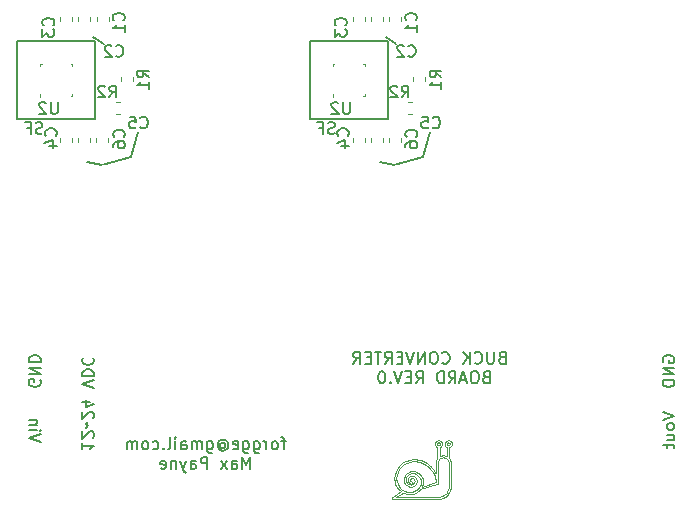
<source format=gbr>
%TF.GenerationSoftware,KiCad,Pcbnew,(5.1.0-1220-ga833aeeac)*%
%TF.CreationDate,2019-07-10T01:08:44+03:00*%
%TF.ProjectId,proto_II_panel,70726f74-6f5f-4494-995f-70616e656c2e,rev?*%
%TF.SameCoordinates,Original*%
%TF.FileFunction,Legend,Bot*%
%TF.FilePolarity,Positive*%
%FSLAX46Y46*%
G04 Gerber Fmt 4.6, Leading zero omitted, Abs format (unit mm)*
G04 Created by KiCad (PCBNEW (5.1.0-1220-ga833aeeac)) date 2019-07-10 01:08:44*
%MOMM*%
%LPD*%
G04 APERTURE LIST*
%ADD10C,0.150000*%
%ADD11C,0.100000*%
%ADD12C,0.120000*%
%ADD13C,0.160000*%
%ADD14C,0.950000*%
%ADD15C,0.500000*%
%ADD16C,1.000000*%
%ADD17R,0.350000X0.500000*%
%ADD18C,0.650000*%
%ADD19C,1.524000*%
%ADD20C,1.600000*%
G04 APERTURE END LIST*
D10*
X86675000Y-69850000D02*
X87275000Y-67750000D01*
X84200000Y-70525000D02*
X86675000Y-69850000D01*
X83500000Y-59750000D02*
X84400000Y-60300000D01*
X83000000Y-70275000D02*
X84200000Y-70525000D01*
X58250000Y-70275000D02*
X59450000Y-70525000D01*
X58750000Y-59750000D02*
X59650000Y-60300000D01*
X59450000Y-70525000D02*
X61925000Y-69850000D01*
X61925000Y-69850000D02*
X62525000Y-67750000D01*
D11*
X86655390Y-97309620D02*
X86637430Y-97176500D01*
X85616800Y-97791510D02*
X85646820Y-97791510D01*
X88006140Y-95519810D02*
X88062670Y-95451350D01*
X87963430Y-95598370D02*
X88006140Y-95519810D01*
X88805350Y-94298070D02*
X88792920Y-94298070D01*
X89028650Y-97786840D02*
X89029250Y-97766390D01*
X85050675Y-97159780D02*
X85050675Y-97195370D01*
X87049800Y-96051170D02*
X87181260Y-96166030D01*
X87972010Y-94298070D02*
X87934850Y-94288040D01*
X85225420Y-97616700D02*
X85313700Y-97689510D01*
X88792920Y-94043080D02*
X88805350Y-94043080D01*
X86141440Y-97276040D02*
X86132970Y-97213650D01*
X87895890Y-95372080D02*
X87878860Y-95392750D01*
X85062770Y-97315330D02*
X85097549Y-97427190D01*
X85564620Y-96690710D02*
X85666350Y-96659890D01*
X85470920Y-96740780D02*
X85564620Y-96690710D01*
X87759980Y-95665320D02*
X87750000Y-95750000D01*
X87984430Y-94298070D02*
X87972010Y-94298070D01*
X88854870Y-94053070D02*
X88895460Y-94080460D01*
X88950730Y-95471850D02*
X88909720Y-95405820D01*
X84247614Y-97106120D02*
X84247614Y-97147190D01*
X84424697Y-97106120D02*
X84424697Y-97034290D01*
X87703780Y-94052080D02*
X87679850Y-94140960D01*
X88893890Y-94461970D02*
X88916550Y-94455030D01*
X84452693Y-96818960D02*
X84535104Y-96546870D01*
X87808480Y-98852654D02*
X87877170Y-98852654D01*
X84247614Y-97025610D02*
X84247614Y-97106120D01*
X88775720Y-93866000D02*
X88686900Y-93889930D01*
X85738120Y-96472330D02*
X85631510Y-96486170D01*
X84977161Y-95742740D02*
X84784182Y-95891280D01*
X87584410Y-96732320D02*
X87650120Y-96896281D01*
X88326720Y-98770623D02*
X88537650Y-98668517D01*
X88588220Y-98402893D02*
X88554640Y-98436584D01*
X84424697Y-97106120D02*
X84424697Y-97106120D01*
X89029250Y-97766390D02*
X89029190Y-97762110D01*
X85996370Y-97646440D02*
X86056800Y-97573190D01*
X88952970Y-98149258D02*
X88990350Y-98031365D01*
X87866920Y-94120990D02*
X87894320Y-94080460D01*
X86566250Y-97783590D02*
X86580570Y-97750660D01*
X85746860Y-96649420D02*
X85773710Y-96649420D01*
X85666350Y-96659890D02*
X85746860Y-96649420D01*
X84424697Y-97034290D02*
X84452693Y-96818960D01*
X88993280Y-95567070D02*
X88950730Y-95471850D01*
X87984430Y-93866000D02*
X87954800Y-93866000D01*
X86655390Y-97409620D02*
X86655390Y-97354010D01*
X85097549Y-97427190D02*
X85152620Y-97528440D01*
X85748800Y-96883471D02*
X85728030Y-96883471D01*
X88932830Y-94182940D02*
X88922800Y-94220110D01*
X86141440Y-97321740D02*
X86141440Y-97296870D01*
X85465170Y-97001960D02*
X85405930Y-97098470D01*
X85481660Y-96985530D02*
X85465170Y-97001960D01*
X88223149Y-95160710D02*
X88096300Y-95209490D01*
X86284290Y-95507390D02*
X86086690Y-95478300D01*
X87834640Y-95460460D02*
X87788730Y-95558820D01*
X87894320Y-94260690D02*
X87866920Y-94220110D01*
X86062500Y-98317715D02*
X86266650Y-98183166D01*
X85829710Y-98403706D02*
X86062500Y-98317715D01*
X88677900Y-94170580D02*
X88677900Y-94158150D01*
X88482690Y-95325150D02*
X88569440Y-95352110D01*
X88412870Y-95315760D02*
X88482690Y-95325150D01*
X87934850Y-94288040D02*
X87894320Y-94260690D01*
X84057401Y-98735901D02*
X84052790Y-98763027D01*
X86427850Y-95725370D02*
X86595970Y-95785050D01*
X88111930Y-94158150D02*
X88111930Y-94170580D01*
X84480308Y-97856290D02*
X84575468Y-97978848D01*
X87954800Y-93866000D02*
X87865940Y-93889930D01*
X88432680Y-95138680D02*
X88389600Y-95138680D01*
X87877170Y-98852654D02*
X88083389Y-98832092D01*
X85498110Y-96969030D02*
X85481660Y-96985530D01*
X84762100Y-97919440D02*
X84621475Y-97749080D01*
X84932455Y-98060065D02*
X84762100Y-97919440D01*
X85372780Y-96593370D02*
X85287600Y-96658970D01*
X85684620Y-97351290D02*
X85676050Y-97351290D01*
X85710500Y-97358240D02*
X85684620Y-97351290D01*
X88980300Y-94419650D02*
X89048720Y-94353470D01*
X88389600Y-95138680D02*
X88347980Y-95138680D01*
X88630370Y-94419650D02*
X88694070Y-94455030D01*
X88072970Y-95222870D02*
X88072970Y-94461970D01*
X88834910Y-93866000D02*
X88805350Y-93866000D01*
X86632280Y-97576610D02*
X86655390Y-97409620D01*
X88677900Y-94158150D02*
X88687890Y-94120990D01*
X85728030Y-96883471D02*
X85694660Y-96883471D01*
X87894320Y-94080460D02*
X87934850Y-94053070D01*
X88272790Y-94268610D02*
X88289010Y-94195040D01*
X84669218Y-96296240D02*
X84801705Y-96124140D01*
X87865940Y-93889930D02*
X87769150Y-93955300D01*
X85614970Y-97102650D02*
X85662390Y-97073510D01*
X85606890Y-97110740D02*
X85614970Y-97102650D01*
X86131350Y-97396430D02*
X86141440Y-97321740D01*
X88047300Y-98658317D02*
X87868170Y-98675516D01*
X88257330Y-98607048D02*
X88047300Y-98658317D01*
X86396820Y-96730860D02*
X86266280Y-96623110D01*
X85368650Y-96828240D02*
X85387640Y-96809301D01*
X85319120Y-96892580D02*
X85368650Y-96828240D01*
X87984430Y-94043080D02*
X87996800Y-94043080D01*
X84804743Y-98186855D02*
X84090224Y-98691793D01*
X87181260Y-96166030D02*
X87301330Y-96292370D01*
X84052790Y-98763027D02*
X84054851Y-98784295D01*
X85406580Y-96790320D02*
X85470920Y-96740780D01*
X85387640Y-96809301D02*
X85406580Y-96790320D01*
X86116540Y-96541720D02*
X85951180Y-96490240D01*
X85746370Y-97781420D02*
X85839140Y-97752560D01*
X84956490Y-98296447D02*
X84957521Y-98295688D01*
X84420032Y-98675516D02*
X84956490Y-98296447D01*
X87972010Y-94043080D02*
X87984430Y-94043080D01*
X85711600Y-97060550D02*
X85728030Y-97060550D01*
X85662390Y-97073510D02*
X85711600Y-97060550D01*
X84535104Y-96546870D02*
X84669218Y-96296240D01*
X86655390Y-97354010D02*
X86655390Y-97309620D01*
X88347980Y-95138680D02*
X88223149Y-95160710D01*
X88675620Y-98566304D02*
X88715440Y-98526102D01*
X88792920Y-94298070D02*
X88755750Y-94288040D01*
X87856930Y-94182940D02*
X87856930Y-94170580D01*
X84521811Y-96198080D02*
X84371421Y-96479120D01*
X84371421Y-96479120D02*
X84279028Y-96784140D01*
X88817710Y-94298070D02*
X88805350Y-94298070D01*
X85556690Y-97243500D02*
X85556690Y-97231890D01*
X85566080Y-97278330D02*
X85556690Y-97243500D01*
X84059029Y-98797478D02*
X84069608Y-98816033D01*
X84903214Y-96022620D02*
X85075360Y-95890140D01*
X88159400Y-94419650D02*
X88227819Y-94353470D01*
X89024470Y-97844030D02*
X89028650Y-97786840D01*
X85773710Y-96472330D02*
X85738120Y-96472330D01*
X88074540Y-94260690D02*
X88033970Y-94288040D01*
X88095650Y-94455030D02*
X88159400Y-94419650D01*
X88686900Y-93889930D02*
X88590070Y-93955300D01*
X85379610Y-97260690D02*
X85402940Y-97347180D01*
X85379610Y-97231890D02*
X85379610Y-97260690D01*
X85964360Y-97273870D02*
X85964360Y-97296870D01*
X85945750Y-97204970D02*
X85964360Y-97273870D01*
X88932830Y-94170580D02*
X88932830Y-94182940D01*
X85050675Y-97225320D02*
X85062770Y-97315330D01*
X87696030Y-94268610D02*
X87741000Y-94353420D01*
X85269040Y-96986280D02*
X85319120Y-96892580D01*
X85238230Y-97088000D02*
X85269040Y-96986280D01*
X87750000Y-95778280D02*
X87750000Y-96669110D01*
X86108889Y-97136070D02*
X86070690Y-97065870D01*
X87927080Y-97500440D02*
X87927080Y-97493440D01*
X87922470Y-97521550D02*
X87927080Y-97500440D01*
X85818040Y-96472330D02*
X85773710Y-96472330D01*
X85326010Y-95756030D02*
X85598100Y-95673610D01*
X85466530Y-97441420D02*
X85560760Y-97505000D01*
X85402940Y-97347180D02*
X85466530Y-97441420D01*
X87866920Y-94220110D02*
X87856930Y-94182940D01*
X88687890Y-94220110D02*
X88677900Y-94182940D01*
X88842720Y-95685120D02*
X88852160Y-95754940D01*
X88815710Y-95598370D02*
X88842720Y-95685120D01*
X85496860Y-96526970D02*
X85372780Y-96593370D01*
X85935550Y-95468540D02*
X85885210Y-95468540D01*
X86504550Y-96861390D02*
X86396820Y-96730860D01*
X88072970Y-94461970D02*
X88095650Y-94455030D01*
X88561960Y-94353420D02*
X88630370Y-94419650D01*
X85638940Y-98433980D02*
X85829710Y-98403706D01*
X85575410Y-98433980D02*
X85638940Y-98433980D01*
X88537650Y-98668517D02*
X88675620Y-98566304D01*
X86132970Y-97213650D02*
X86108889Y-97136070D01*
X88500820Y-94170580D02*
X88500820Y-94195040D01*
X87747230Y-97382110D02*
X87748860Y-97427960D01*
X88847820Y-97827210D02*
X88837890Y-97897300D01*
X88851570Y-97780500D02*
X88847820Y-97827210D01*
X87809410Y-94419650D02*
X87873150Y-94455030D01*
X87174430Y-95926000D02*
X87013140Y-95807350D01*
X86271650Y-96856011D02*
X86357750Y-96960290D01*
X86167370Y-96769920D02*
X86271650Y-96856011D01*
X89029190Y-97762110D02*
X89029190Y-95778280D01*
X86907830Y-95948850D02*
X87049800Y-96051170D01*
X85738610Y-97377240D02*
X85710500Y-97358240D01*
X85757600Y-97405330D02*
X85738610Y-97377240D01*
X85050675Y-97195370D02*
X85050675Y-97225320D01*
X87679850Y-94170580D02*
X87679850Y-94195040D01*
X88289010Y-94140960D02*
X88265030Y-94052080D01*
X85287600Y-96658970D02*
X85262480Y-96684080D01*
X84852486Y-96073420D02*
X84903214Y-96022620D01*
X86580570Y-97750660D02*
X86632280Y-97576610D01*
X88852160Y-95778280D02*
X88852160Y-97762810D01*
X88852160Y-95754940D02*
X88852160Y-95778280D01*
X87996800Y-94043080D02*
X88033970Y-94053070D01*
X84141331Y-98852654D02*
X87808480Y-98852654D01*
X88014000Y-93866000D02*
X87984430Y-93866000D01*
X88227819Y-94353470D02*
X88272790Y-94268610D01*
X85257920Y-98395569D02*
X85413790Y-98424161D01*
X85108940Y-98349344D02*
X85257920Y-98395569D01*
X85964360Y-97327750D02*
X85939350Y-97420360D01*
X85964360Y-97296870D02*
X85964360Y-97327750D01*
X84070096Y-98711487D02*
X84057401Y-98735901D01*
X88755750Y-94053070D02*
X88792920Y-94043080D01*
X88817710Y-94043080D02*
X88854870Y-94053070D01*
X88743650Y-98497565D02*
X88819230Y-98402730D01*
X88074540Y-94080460D02*
X88101890Y-94120990D01*
X89085940Y-94052080D02*
X89020620Y-93955300D01*
X88716800Y-95228960D02*
X88692820Y-95214640D01*
X87370330Y-96105900D02*
X87325140Y-96061260D01*
X88033970Y-94288040D02*
X87996800Y-94298070D01*
X89048720Y-94353470D02*
X89093690Y-94268610D01*
X88916550Y-94455030D02*
X88980300Y-94419650D01*
X85885260Y-95645620D02*
X85931800Y-95645620D01*
X88111930Y-94182940D02*
X88101890Y-94220110D01*
X87936470Y-95685120D02*
X87963430Y-95598370D01*
X87927080Y-95754940D02*
X87936470Y-95685120D01*
X88694070Y-94455030D02*
X88716800Y-94461970D01*
X85598750Y-97118820D02*
X85606890Y-97110740D01*
X85569610Y-97166290D02*
X85598750Y-97118820D01*
X84399796Y-97722930D02*
X84480308Y-97856290D01*
X85171710Y-96794440D02*
X85105310Y-96918510D01*
X84279028Y-96784140D02*
X84247614Y-97025610D01*
X87873150Y-94455030D02*
X87895890Y-94461970D01*
X85313700Y-97689510D02*
X85414930Y-97744580D01*
X88740290Y-98191955D02*
X88674970Y-98299702D01*
X88787170Y-98085238D02*
X88740290Y-98191955D01*
X87700040Y-97067500D02*
X87733230Y-97244960D01*
X85923120Y-97706870D02*
X85996370Y-97646440D01*
X88922800Y-94120990D02*
X88932830Y-94158150D01*
X86756230Y-95859820D02*
X86907830Y-95948850D01*
X86422800Y-97079970D02*
X86463930Y-97212140D01*
X86357750Y-96960290D02*
X86422800Y-97079970D01*
X85951180Y-96490240D02*
X85818040Y-96472330D01*
X88805350Y-94043080D02*
X88817710Y-94043080D01*
X86056800Y-97573190D02*
X86102480Y-97489210D01*
X85646820Y-97791510D02*
X85671660Y-97791510D01*
X87856930Y-94158150D02*
X87866920Y-94120990D01*
X84257705Y-97270400D02*
X84287219Y-97428820D01*
X88033970Y-94053070D02*
X88074540Y-94080460D01*
X88648000Y-95394810D02*
X88716470Y-95451350D01*
X88569440Y-95352110D02*
X88648000Y-95394810D01*
X85839140Y-97752560D02*
X85923120Y-97706870D01*
X86407230Y-97705080D02*
X86323900Y-97858460D01*
X86459920Y-97535700D02*
X86407230Y-97705080D01*
X85350590Y-97491540D02*
X85299370Y-97429470D01*
X85412650Y-97542760D02*
X85350590Y-97491540D01*
X87895890Y-94461970D02*
X87895890Y-95372080D01*
X85677620Y-97614430D02*
X85646820Y-97614430D01*
X85770230Y-97589420D02*
X85677620Y-97614430D01*
X88687890Y-94120990D02*
X88715220Y-94080460D01*
X89019970Y-95669710D02*
X88993280Y-95567070D01*
X86637430Y-97176500D02*
X86585940Y-97011120D01*
X85895030Y-97129830D02*
X85945750Y-97204970D01*
X85819870Y-97079110D02*
X85895030Y-97129830D01*
X88852160Y-97767200D02*
X88851570Y-97780500D01*
X88852160Y-97762810D02*
X88852160Y-97767200D01*
X85127930Y-98166294D02*
X84932455Y-98060065D01*
X85343750Y-98233459D02*
X85127930Y-98166294D01*
X88818690Y-97985195D02*
X88787170Y-98085238D01*
X88837890Y-97897300D02*
X88818690Y-97985195D01*
X84424697Y-97164010D02*
X84424697Y-97106120D01*
X84448080Y-97337740D02*
X84424697Y-97164010D01*
X88516980Y-94268610D02*
X88561960Y-94353420D01*
X87870780Y-97576230D02*
X87889650Y-97565710D01*
X87864040Y-97578240D02*
X87870780Y-97576230D01*
X86435980Y-98006951D02*
X86445910Y-98004672D01*
X86435010Y-98007113D02*
X86435980Y-98006951D01*
X87013140Y-95807350D02*
X86842350Y-95705740D01*
X84089031Y-98835510D02*
X84113499Y-98848151D01*
X86663250Y-95621530D02*
X86476830Y-95555290D01*
X84287219Y-97428820D02*
X84335016Y-97580030D01*
X88437890Y-98521816D02*
X88257330Y-98607048D01*
X88554640Y-98436584D02*
X88437890Y-98521816D01*
X87650120Y-96896281D02*
X87700040Y-97067500D01*
X85260690Y-97358290D02*
X85236270Y-97279680D01*
X85299370Y-97429470D02*
X85260690Y-97358290D01*
X88895460Y-94260690D02*
X88854870Y-94288040D01*
X88893890Y-95385530D02*
X88893890Y-94461970D01*
X87409120Y-96429470D02*
X87503800Y-96576440D01*
X85591690Y-97316250D02*
X85566080Y-97278330D01*
X85629610Y-97341860D02*
X85591690Y-97316250D01*
X87856930Y-94170580D02*
X87856930Y-94158150D01*
X87769150Y-93955300D02*
X87703780Y-94052080D01*
X85647190Y-97528380D02*
X85676050Y-97528380D01*
X85560760Y-97505000D02*
X85647190Y-97528380D01*
X86478300Y-97399420D02*
X86459920Y-97535700D01*
X86478300Y-97354010D02*
X86478300Y-97399420D01*
X87503800Y-96576440D02*
X87584410Y-96732320D01*
X85064510Y-97053180D02*
X85050675Y-97159780D01*
X85379610Y-97198510D02*
X85379610Y-97231890D01*
X85405930Y-97098470D02*
X85379610Y-97198510D01*
X86476830Y-95555290D02*
X86284290Y-95507390D01*
X88755750Y-94288040D02*
X88715220Y-94260690D01*
X84090224Y-98691793D02*
X84084528Y-98695752D01*
X88083389Y-98832092D02*
X88326720Y-98770623D01*
X85594620Y-96909780D02*
X85498110Y-96969030D01*
X86446940Y-98004401D02*
X87864040Y-97578240D01*
X86445910Y-98004672D02*
X86446940Y-98004401D01*
X84670357Y-96005110D02*
X84521811Y-96198080D01*
X86071570Y-95654740D02*
X86252760Y-95681650D01*
X86398330Y-98055237D02*
X86435010Y-98007113D01*
X86266650Y-98183166D02*
X86398330Y-98055237D01*
X88805350Y-93866000D02*
X88775720Y-93866000D01*
X89029250Y-95751100D02*
X89019970Y-95669710D01*
X88101890Y-94220110D02*
X88074540Y-94260690D01*
X85671660Y-97791510D02*
X85746370Y-97781420D01*
X85625710Y-97614430D02*
X85562440Y-97605860D01*
X85646820Y-97614430D02*
X85625710Y-97614430D01*
X88715220Y-94260690D02*
X88687890Y-94220110D01*
X84684029Y-98089416D02*
X84773222Y-98164340D01*
X85262480Y-96684080D02*
X85237310Y-96709210D01*
X86070690Y-97065870D02*
X86020180Y-97004670D01*
X85227760Y-97216430D02*
X85227760Y-97195370D01*
X85236270Y-97279680D02*
X85227760Y-97216430D01*
X88677900Y-94182940D02*
X88677900Y-94170580D01*
X88289010Y-94170580D02*
X88289010Y-94140960D01*
X85075360Y-95890140D02*
X85326010Y-95756030D01*
X88500820Y-94140960D02*
X88500820Y-94170580D01*
X87934850Y-94053070D02*
X87972010Y-94043080D01*
X88990350Y-98031365D02*
X89012920Y-97927633D01*
X88715220Y-94080460D02*
X88755750Y-94053070D01*
X85002172Y-98304259D02*
X85108940Y-98349344D01*
X84967991Y-98286627D02*
X85002172Y-98304259D01*
X88922800Y-94220110D02*
X88895460Y-94260690D01*
X85237310Y-96709210D02*
X85171710Y-96794440D01*
X84784182Y-95891280D02*
X84727269Y-95948190D01*
X87927080Y-95778280D02*
X87927080Y-95754940D01*
X87927080Y-97493440D02*
X87927080Y-95778280D01*
X86585940Y-97011120D02*
X86504550Y-96861390D01*
X84773222Y-98164340D02*
X84804743Y-98186855D01*
X85517470Y-98256897D02*
X85343750Y-98233459D01*
X85575410Y-98256897D02*
X85517470Y-98256897D01*
X85556690Y-97215440D02*
X85569610Y-97166290D01*
X85556690Y-97231890D02*
X85556690Y-97215440D01*
X87750000Y-96669110D02*
X87724670Y-96613240D01*
X88909720Y-95405820D02*
X88893890Y-95385530D01*
X87325140Y-96061260D02*
X87289180Y-96025720D01*
X88923780Y-93889930D02*
X88834910Y-93866000D01*
X87289180Y-96025720D02*
X87174430Y-95926000D01*
X85105310Y-96918510D02*
X85064510Y-97053180D01*
X87567390Y-96348320D02*
X87370330Y-96105900D01*
X89029250Y-95778280D02*
X89029250Y-95778280D01*
X84967069Y-98287495D02*
X84967991Y-98286627D01*
X84957521Y-98295688D02*
X84967069Y-98287495D01*
X84056967Y-98790913D02*
X84059029Y-98797478D01*
X84247614Y-97147190D02*
X84257705Y-97270400D01*
X88111930Y-94170580D02*
X88111930Y-94182940D01*
X84575468Y-97978848D02*
X84684029Y-98089416D01*
X85620820Y-98256897D02*
X85575410Y-98256897D01*
X85757110Y-98238505D02*
X85620820Y-98256897D01*
X85535000Y-98433980D02*
X85575410Y-98433980D01*
X85413790Y-98424161D02*
X85535000Y-98433980D01*
X87996800Y-94298070D02*
X87984430Y-94298070D01*
X88773000Y-95519810D02*
X88815710Y-95598370D01*
X88716470Y-95451350D02*
X88773000Y-95519810D01*
X86213540Y-97992140D02*
X86079860Y-98102437D01*
X86323900Y-97858460D02*
X86213540Y-97992140D01*
X86102480Y-97489210D02*
X86131350Y-97396430D01*
X85804690Y-95468540D02*
X85563210Y-95499960D01*
X88854870Y-94288040D02*
X88817710Y-94298070D01*
X85764600Y-97431210D02*
X85757600Y-97405330D01*
X85764600Y-97439830D02*
X85764600Y-97431210D01*
X86141440Y-97296870D02*
X86141440Y-97276040D01*
X85414930Y-97744580D02*
X85526800Y-97779360D01*
X87748860Y-97427960D02*
X86566250Y-97783590D01*
X85258190Y-95592350D02*
X84977161Y-95742740D01*
X89109920Y-94170580D02*
X89109920Y-94140960D01*
X89109920Y-94140960D02*
X89085940Y-94052080D01*
X85227760Y-97168510D02*
X85238230Y-97088000D01*
X85227760Y-97195370D02*
X85227760Y-97168510D01*
X87679850Y-94195040D02*
X87696030Y-94268610D01*
X85750980Y-97060550D02*
X85819870Y-97079110D01*
X85728030Y-97060550D02*
X85750980Y-97060550D01*
X86252760Y-95681650D02*
X86427850Y-95725370D01*
X86478300Y-97318530D02*
X86478300Y-97354010D01*
X86463930Y-97212140D02*
X86478300Y-97318530D01*
X88590070Y-93955300D02*
X88524730Y-94052080D01*
X88500820Y-94195040D02*
X88516980Y-94268610D01*
X87679850Y-94140960D02*
X87679850Y-94170580D01*
X89029190Y-95778280D02*
X89029250Y-95778280D01*
X85664440Y-97351290D02*
X85629610Y-97341860D01*
X85676050Y-97351290D02*
X85664440Y-97351290D01*
X85684620Y-97528380D02*
X85710500Y-97521380D01*
X85676050Y-97528380D02*
X85684620Y-97528380D01*
X84054851Y-98784295D02*
X84056967Y-98790913D01*
X87733230Y-97244960D02*
X87747230Y-97382110D01*
X85526800Y-97779360D02*
X85616800Y-97791510D01*
X85738610Y-97502390D02*
X85757600Y-97474290D01*
X85710500Y-97521380D02*
X85738610Y-97502390D01*
X88296440Y-95325150D02*
X88366260Y-95315760D01*
X88209690Y-95352110D02*
X88296440Y-95325150D01*
X86047690Y-96704860D02*
X86167370Y-96769920D01*
X85915530Y-96663750D02*
X86047690Y-96704860D01*
X89109920Y-94195040D02*
X89109920Y-94170580D01*
X88096300Y-95209490D02*
X88072970Y-95222870D01*
X84515247Y-97553610D02*
X84448080Y-97337740D01*
X84621475Y-97749080D02*
X84515247Y-97553610D01*
X85764600Y-97448420D02*
X85764600Y-97439830D01*
X85757600Y-97474290D02*
X85764600Y-97448420D01*
X85631510Y-96486170D02*
X85496860Y-96526970D01*
X85809140Y-96649420D02*
X85915530Y-96663750D01*
X85773710Y-96649420D02*
X85809140Y-96649420D01*
X87808480Y-98675516D02*
X84420032Y-98675516D01*
X87868170Y-98675516D02*
X87808480Y-98675516D01*
X85958980Y-96954170D02*
X85888780Y-96915970D01*
X88611870Y-98379076D02*
X88588220Y-98402893D01*
X88674970Y-98299702D02*
X88611870Y-98379076D01*
X85813430Y-95645620D02*
X85885260Y-95645620D01*
X86595970Y-95785050D02*
X86756230Y-95859820D01*
X86842350Y-95705740D02*
X86663250Y-95621530D01*
X88389600Y-95315760D02*
X88412870Y-95315760D01*
X88366260Y-95315760D02*
X88389600Y-95315760D01*
X89012920Y-97927633D02*
X89024470Y-97844030D01*
X87301330Y-96292370D02*
X87409120Y-96429470D01*
X88131140Y-95394810D02*
X88209690Y-95352110D01*
X88062670Y-95451350D02*
X88131140Y-95394810D01*
X86086690Y-95478300D02*
X85935550Y-95468540D01*
X87909570Y-97546230D02*
X87922470Y-97521550D01*
X87889650Y-97565710D02*
X87909570Y-97546230D01*
X87724670Y-96613240D02*
X87567390Y-96348320D01*
X85871210Y-97521330D02*
X85770230Y-97589420D01*
X85939350Y-97420360D02*
X85871210Y-97521330D01*
X89020620Y-93955300D02*
X88923780Y-93889930D01*
X88897190Y-98275072D02*
X88952970Y-98149258D01*
X88588220Y-98402893D02*
X88588220Y-98402893D01*
X84801705Y-96124140D02*
X84852486Y-96073420D01*
X88677900Y-94170580D02*
X88677900Y-94170580D01*
X88289010Y-94195040D02*
X88289010Y-94170580D01*
X88265030Y-94052080D02*
X88199709Y-93955300D01*
X88524730Y-94052080D02*
X88500820Y-94140960D01*
X84134332Y-98852654D02*
X84141331Y-98852654D01*
X88101890Y-94120990D02*
X88111930Y-94158150D01*
X85483830Y-97581440D02*
X85412650Y-97542760D01*
X85562440Y-97605860D02*
X85483830Y-97581440D01*
X87856930Y-94170580D02*
X87856930Y-94170580D01*
X88102860Y-93889930D02*
X88014000Y-93866000D01*
X88692820Y-95214640D02*
X88562070Y-95162330D01*
X88716800Y-94461970D02*
X88716800Y-95228960D01*
X84113499Y-98848151D02*
X84134332Y-98852654D01*
X88932830Y-94158150D02*
X88932830Y-94170580D01*
X88562070Y-95162330D02*
X88432680Y-95138680D01*
X88895460Y-94080460D02*
X88922800Y-94120990D01*
X85598100Y-95673610D02*
X85813430Y-95645620D01*
X85694660Y-96883471D02*
X85594620Y-96909780D01*
X84727269Y-95948190D02*
X84670357Y-96005110D01*
X85885210Y-95468540D02*
X85804690Y-95468540D01*
X85888780Y-96915970D02*
X85811190Y-96891871D01*
X85152620Y-97528440D02*
X85225420Y-97616700D01*
X86266280Y-96623110D02*
X86116540Y-96541720D01*
X86020180Y-97004670D02*
X85958980Y-96954170D01*
X84084528Y-98695752D02*
X84070096Y-98711487D01*
X85926480Y-98185824D02*
X85757110Y-98238505D01*
X86079860Y-98102437D02*
X85926480Y-98185824D01*
X85931800Y-95645620D02*
X86071570Y-95654740D01*
X88199709Y-93955300D02*
X88102860Y-93889930D01*
X89093690Y-94268610D02*
X89109920Y-94195040D01*
X88715440Y-98526102D02*
X88743650Y-98497565D01*
X84069608Y-98816033D02*
X84089031Y-98835510D01*
X84335016Y-97580030D02*
X84399796Y-97722930D01*
X87788730Y-95558820D02*
X87759980Y-95665320D01*
X87741000Y-94353420D02*
X87809410Y-94419650D01*
X87878860Y-95392750D02*
X87834640Y-95460460D01*
X85563210Y-95499960D02*
X85258190Y-95592350D01*
X89029250Y-95778280D02*
X89029250Y-95751100D01*
X88819230Y-98402730D02*
X88897190Y-98275072D01*
X85811190Y-96891871D02*
X85748800Y-96883471D01*
X87750000Y-95750000D02*
X87750000Y-95778280D01*
D10*
X106952380Y-91476190D02*
X107952380Y-91809523D01*
X106952380Y-92142857D01*
X107952380Y-92619047D02*
X107904761Y-92523809D01*
X107857142Y-92476190D01*
X107761904Y-92428571D01*
X107476190Y-92428571D01*
X107380952Y-92476190D01*
X107333333Y-92523809D01*
X107285714Y-92619047D01*
X107285714Y-92761904D01*
X107333333Y-92857142D01*
X107380952Y-92904761D01*
X107476190Y-92952380D01*
X107761904Y-92952380D01*
X107857142Y-92904761D01*
X107904761Y-92857142D01*
X107952380Y-92761904D01*
X107952380Y-92619047D01*
X107285714Y-93809523D02*
X107952380Y-93809523D01*
X107285714Y-93380952D02*
X107809523Y-93380952D01*
X107904761Y-93428571D01*
X107952380Y-93523809D01*
X107952380Y-93666666D01*
X107904761Y-93761904D01*
X107857142Y-93809523D01*
X107285714Y-94142857D02*
X107285714Y-94523809D01*
X106952380Y-94285714D02*
X107809523Y-94285714D01*
X107904761Y-94333333D01*
X107952380Y-94428571D01*
X107952380Y-94523809D01*
X107000000Y-87238095D02*
X106952380Y-87142857D01*
X106952380Y-87000000D01*
X107000000Y-86857142D01*
X107095238Y-86761904D01*
X107190476Y-86714285D01*
X107380952Y-86666666D01*
X107523809Y-86666666D01*
X107714285Y-86714285D01*
X107809523Y-86761904D01*
X107904761Y-86857142D01*
X107952380Y-87000000D01*
X107952380Y-87095238D01*
X107904761Y-87238095D01*
X107857142Y-87285714D01*
X107523809Y-87285714D01*
X107523809Y-87095238D01*
X107952380Y-87714285D02*
X106952380Y-87714285D01*
X107952380Y-88285714D01*
X106952380Y-88285714D01*
X107952380Y-88761904D02*
X106952380Y-88761904D01*
X106952380Y-89000000D01*
X107000000Y-89142857D01*
X107095238Y-89238095D01*
X107190476Y-89285714D01*
X107380952Y-89333333D01*
X107523809Y-89333333D01*
X107714285Y-89285714D01*
X107809523Y-89238095D01*
X107904761Y-89142857D01*
X107952380Y-89000000D01*
X107952380Y-88761904D01*
X57797619Y-94059523D02*
X57797619Y-94630952D01*
X57797619Y-94345238D02*
X58797619Y-94345238D01*
X58654761Y-94440476D01*
X58559523Y-94535714D01*
X58511904Y-94630952D01*
X58702380Y-93678571D02*
X58750000Y-93630952D01*
X58797619Y-93535714D01*
X58797619Y-93297619D01*
X58750000Y-93202380D01*
X58702380Y-93154761D01*
X58607142Y-93107142D01*
X58511904Y-93107142D01*
X58369047Y-93154761D01*
X57797619Y-93726190D01*
X57797619Y-93107142D01*
X58178571Y-92821428D02*
X58226190Y-92773809D01*
X58273809Y-92678571D01*
X58178571Y-92488095D01*
X58226190Y-92392857D01*
X58273809Y-92345238D01*
X58702380Y-92011904D02*
X58750000Y-91964285D01*
X58797619Y-91869047D01*
X58797619Y-91630952D01*
X58750000Y-91535714D01*
X58702380Y-91488095D01*
X58607142Y-91440476D01*
X58511904Y-91440476D01*
X58369047Y-91488095D01*
X57797619Y-92059523D01*
X57797619Y-91440476D01*
X58464285Y-90583333D02*
X57797619Y-90583333D01*
X58845238Y-90821428D02*
X58130952Y-91059523D01*
X58130952Y-90440476D01*
X58797619Y-89440476D02*
X57797619Y-89107142D01*
X58797619Y-88773809D01*
X57797619Y-88440476D02*
X58797619Y-88440476D01*
X58797619Y-88202380D01*
X58750000Y-88059523D01*
X58654761Y-87964285D01*
X58559523Y-87916666D01*
X58369047Y-87869047D01*
X58226190Y-87869047D01*
X58035714Y-87916666D01*
X57940476Y-87964285D01*
X57845238Y-88059523D01*
X57797619Y-88202380D01*
X57797619Y-88440476D01*
X57892857Y-86869047D02*
X57845238Y-86916666D01*
X57797619Y-87059523D01*
X57797619Y-87154761D01*
X57845238Y-87297619D01*
X57940476Y-87392857D01*
X58035714Y-87440476D01*
X58226190Y-87488095D01*
X58369047Y-87488095D01*
X58559523Y-87440476D01*
X58654761Y-87392857D01*
X58750000Y-87297619D01*
X58797619Y-87154761D01*
X58797619Y-87059523D01*
X58750000Y-86916666D01*
X58702380Y-86869047D01*
X54297619Y-94023809D02*
X53297619Y-93690476D01*
X54297619Y-93357142D01*
X53297619Y-93023809D02*
X53964285Y-93023809D01*
X54297619Y-93023809D02*
X54250000Y-93071428D01*
X54202380Y-93023809D01*
X54250000Y-92976190D01*
X54297619Y-93023809D01*
X54202380Y-93023809D01*
X53964285Y-92547619D02*
X53297619Y-92547619D01*
X53869047Y-92547619D02*
X53916666Y-92500000D01*
X53964285Y-92404761D01*
X53964285Y-92261904D01*
X53916666Y-92166666D01*
X53821428Y-92119047D01*
X53297619Y-92119047D01*
X54250000Y-88761904D02*
X54297619Y-88857142D01*
X54297619Y-89000000D01*
X54250000Y-89142857D01*
X54154761Y-89238095D01*
X54059523Y-89285714D01*
X53869047Y-89333333D01*
X53726190Y-89333333D01*
X53535714Y-89285714D01*
X53440476Y-89238095D01*
X53345238Y-89142857D01*
X53297619Y-89000000D01*
X53297619Y-88904761D01*
X53345238Y-88761904D01*
X53392857Y-88714285D01*
X53726190Y-88714285D01*
X53726190Y-88904761D01*
X53297619Y-88285714D02*
X54297619Y-88285714D01*
X53297619Y-87714285D01*
X54297619Y-87714285D01*
X53297619Y-87238095D02*
X54297619Y-87238095D01*
X54297619Y-87000000D01*
X54250000Y-86857142D01*
X54154761Y-86761904D01*
X54059523Y-86714285D01*
X53869047Y-86666666D01*
X53726190Y-86666666D01*
X53535714Y-86714285D01*
X53440476Y-86761904D01*
X53345238Y-86857142D01*
X53297619Y-87000000D01*
X53297619Y-87238095D01*
X75035714Y-93960714D02*
X74654761Y-93960714D01*
X74892857Y-94627380D02*
X74892857Y-93770238D01*
X74845238Y-93675000D01*
X74750000Y-93627380D01*
X74654761Y-93627380D01*
X74178571Y-94627380D02*
X74273809Y-94579761D01*
X74321428Y-94532142D01*
X74369047Y-94436904D01*
X74369047Y-94151190D01*
X74321428Y-94055952D01*
X74273809Y-94008333D01*
X74178571Y-93960714D01*
X74035714Y-93960714D01*
X73940476Y-94008333D01*
X73892857Y-94055952D01*
X73845238Y-94151190D01*
X73845238Y-94436904D01*
X73892857Y-94532142D01*
X73940476Y-94579761D01*
X74035714Y-94627380D01*
X74178571Y-94627380D01*
X73416666Y-94627380D02*
X73416666Y-93960714D01*
X73416666Y-94151190D02*
X73369047Y-94055952D01*
X73321428Y-94008333D01*
X73226190Y-93960714D01*
X73130952Y-93960714D01*
X72369047Y-93960714D02*
X72369047Y-94770238D01*
X72416666Y-94865476D01*
X72464285Y-94913095D01*
X72559523Y-94960714D01*
X72702380Y-94960714D01*
X72797619Y-94913095D01*
X72369047Y-94579761D02*
X72464285Y-94627380D01*
X72654761Y-94627380D01*
X72750000Y-94579761D01*
X72797619Y-94532142D01*
X72845238Y-94436904D01*
X72845238Y-94151190D01*
X72797619Y-94055952D01*
X72750000Y-94008333D01*
X72654761Y-93960714D01*
X72464285Y-93960714D01*
X72369047Y-94008333D01*
X71464285Y-93960714D02*
X71464285Y-94770238D01*
X71511904Y-94865476D01*
X71559523Y-94913095D01*
X71654761Y-94960714D01*
X71797619Y-94960714D01*
X71892857Y-94913095D01*
X71464285Y-94579761D02*
X71559523Y-94627380D01*
X71750000Y-94627380D01*
X71845238Y-94579761D01*
X71892857Y-94532142D01*
X71940476Y-94436904D01*
X71940476Y-94151190D01*
X71892857Y-94055952D01*
X71845238Y-94008333D01*
X71750000Y-93960714D01*
X71559523Y-93960714D01*
X71464285Y-94008333D01*
X70607142Y-94579761D02*
X70702380Y-94627380D01*
X70892857Y-94627380D01*
X70988095Y-94579761D01*
X71035714Y-94484523D01*
X71035714Y-94103571D01*
X70988095Y-94008333D01*
X70892857Y-93960714D01*
X70702380Y-93960714D01*
X70607142Y-94008333D01*
X70559523Y-94103571D01*
X70559523Y-94198809D01*
X71035714Y-94294047D01*
X69511904Y-94151190D02*
X69559523Y-94103571D01*
X69654761Y-94055952D01*
X69750000Y-94055952D01*
X69845238Y-94103571D01*
X69892857Y-94151190D01*
X69940476Y-94246428D01*
X69940476Y-94341666D01*
X69892857Y-94436904D01*
X69845238Y-94484523D01*
X69750000Y-94532142D01*
X69654761Y-94532142D01*
X69559523Y-94484523D01*
X69511904Y-94436904D01*
X69511904Y-94055952D02*
X69511904Y-94436904D01*
X69464285Y-94484523D01*
X69416666Y-94484523D01*
X69321428Y-94436904D01*
X69273809Y-94341666D01*
X69273809Y-94103571D01*
X69369047Y-93960714D01*
X69511904Y-93865476D01*
X69702380Y-93817857D01*
X69892857Y-93865476D01*
X70035714Y-93960714D01*
X70130952Y-94103571D01*
X70178571Y-94294047D01*
X70130952Y-94484523D01*
X70035714Y-94627380D01*
X69892857Y-94722619D01*
X69702380Y-94770238D01*
X69511904Y-94722619D01*
X69369047Y-94627380D01*
X68416666Y-93960714D02*
X68416666Y-94770238D01*
X68464285Y-94865476D01*
X68511904Y-94913095D01*
X68607142Y-94960714D01*
X68750000Y-94960714D01*
X68845238Y-94913095D01*
X68416666Y-94579761D02*
X68511904Y-94627380D01*
X68702380Y-94627380D01*
X68797619Y-94579761D01*
X68845238Y-94532142D01*
X68892857Y-94436904D01*
X68892857Y-94151190D01*
X68845238Y-94055952D01*
X68797619Y-94008333D01*
X68702380Y-93960714D01*
X68511904Y-93960714D01*
X68416666Y-94008333D01*
X67940476Y-94627380D02*
X67940476Y-93960714D01*
X67940476Y-94055952D02*
X67892857Y-94008333D01*
X67797619Y-93960714D01*
X67654761Y-93960714D01*
X67559523Y-94008333D01*
X67511904Y-94103571D01*
X67511904Y-94627380D01*
X67511904Y-94103571D02*
X67464285Y-94008333D01*
X67369047Y-93960714D01*
X67226190Y-93960714D01*
X67130952Y-94008333D01*
X67083333Y-94103571D01*
X67083333Y-94627380D01*
X66178571Y-94627380D02*
X66178571Y-94103571D01*
X66226190Y-94008333D01*
X66321428Y-93960714D01*
X66511904Y-93960714D01*
X66607142Y-94008333D01*
X66178571Y-94579761D02*
X66273809Y-94627380D01*
X66511904Y-94627380D01*
X66607142Y-94579761D01*
X66654761Y-94484523D01*
X66654761Y-94389285D01*
X66607142Y-94294047D01*
X66511904Y-94246428D01*
X66273809Y-94246428D01*
X66178571Y-94198809D01*
X65702380Y-94627380D02*
X65702380Y-93960714D01*
X65702380Y-93627380D02*
X65750000Y-93675000D01*
X65702380Y-93722619D01*
X65654761Y-93675000D01*
X65702380Y-93627380D01*
X65702380Y-93722619D01*
X65083333Y-94627380D02*
X65178571Y-94579761D01*
X65226190Y-94484523D01*
X65226190Y-93627380D01*
X64702380Y-94532142D02*
X64654761Y-94579761D01*
X64702380Y-94627380D01*
X64750000Y-94579761D01*
X64702380Y-94532142D01*
X64702380Y-94627380D01*
X63797619Y-94579761D02*
X63892857Y-94627380D01*
X64083333Y-94627380D01*
X64178571Y-94579761D01*
X64226190Y-94532142D01*
X64273809Y-94436904D01*
X64273809Y-94151190D01*
X64226190Y-94055952D01*
X64178571Y-94008333D01*
X64083333Y-93960714D01*
X63892857Y-93960714D01*
X63797619Y-94008333D01*
X63226190Y-94627380D02*
X63321428Y-94579761D01*
X63369047Y-94532142D01*
X63416666Y-94436904D01*
X63416666Y-94151190D01*
X63369047Y-94055952D01*
X63321428Y-94008333D01*
X63226190Y-93960714D01*
X63083333Y-93960714D01*
X62988095Y-94008333D01*
X62940476Y-94055952D01*
X62892857Y-94151190D01*
X62892857Y-94436904D01*
X62940476Y-94532142D01*
X62988095Y-94579761D01*
X63083333Y-94627380D01*
X63226190Y-94627380D01*
X62464285Y-94627380D02*
X62464285Y-93960714D01*
X62464285Y-94055952D02*
X62416666Y-94008333D01*
X62321428Y-93960714D01*
X62178571Y-93960714D01*
X62083333Y-94008333D01*
X62035714Y-94103571D01*
X62035714Y-94627380D01*
X62035714Y-94103571D02*
X61988095Y-94008333D01*
X61892857Y-93960714D01*
X61750000Y-93960714D01*
X61654761Y-94008333D01*
X61607142Y-94103571D01*
X61607142Y-94627380D01*
X72035714Y-96277380D02*
X72035714Y-95277380D01*
X71702380Y-95991666D01*
X71369047Y-95277380D01*
X71369047Y-96277380D01*
X70464285Y-96277380D02*
X70464285Y-95753571D01*
X70511904Y-95658333D01*
X70607142Y-95610714D01*
X70797619Y-95610714D01*
X70892857Y-95658333D01*
X70464285Y-96229761D02*
X70559523Y-96277380D01*
X70797619Y-96277380D01*
X70892857Y-96229761D01*
X70940476Y-96134523D01*
X70940476Y-96039285D01*
X70892857Y-95944047D01*
X70797619Y-95896428D01*
X70559523Y-95896428D01*
X70464285Y-95848809D01*
X70083333Y-96277380D02*
X69559523Y-95610714D01*
X70083333Y-95610714D02*
X69559523Y-96277380D01*
X68416666Y-96277380D02*
X68416666Y-95277380D01*
X68035714Y-95277380D01*
X67940476Y-95325000D01*
X67892857Y-95372619D01*
X67845238Y-95467857D01*
X67845238Y-95610714D01*
X67892857Y-95705952D01*
X67940476Y-95753571D01*
X68035714Y-95801190D01*
X68416666Y-95801190D01*
X66988095Y-96277380D02*
X66988095Y-95753571D01*
X67035714Y-95658333D01*
X67130952Y-95610714D01*
X67321428Y-95610714D01*
X67416666Y-95658333D01*
X66988095Y-96229761D02*
X67083333Y-96277380D01*
X67321428Y-96277380D01*
X67416666Y-96229761D01*
X67464285Y-96134523D01*
X67464285Y-96039285D01*
X67416666Y-95944047D01*
X67321428Y-95896428D01*
X67083333Y-95896428D01*
X66988095Y-95848809D01*
X66607142Y-95610714D02*
X66369047Y-96277380D01*
X66130952Y-95610714D02*
X66369047Y-96277380D01*
X66464285Y-96515476D01*
X66511904Y-96563095D01*
X66607142Y-96610714D01*
X65750000Y-95610714D02*
X65750000Y-96277380D01*
X65750000Y-95705952D02*
X65702380Y-95658333D01*
X65607142Y-95610714D01*
X65464285Y-95610714D01*
X65369047Y-95658333D01*
X65321428Y-95753571D01*
X65321428Y-96277380D01*
X64464285Y-96229761D02*
X64559523Y-96277380D01*
X64750000Y-96277380D01*
X64845238Y-96229761D01*
X64892857Y-96134523D01*
X64892857Y-95753571D01*
X64845238Y-95658333D01*
X64750000Y-95610714D01*
X64559523Y-95610714D01*
X64464285Y-95658333D01*
X64416666Y-95753571D01*
X64416666Y-95848809D01*
X64892857Y-95944047D01*
X93345238Y-86853571D02*
X93202380Y-86901190D01*
X93154761Y-86948809D01*
X93107142Y-87044047D01*
X93107142Y-87186904D01*
X93154761Y-87282142D01*
X93202380Y-87329761D01*
X93297619Y-87377380D01*
X93678571Y-87377380D01*
X93678571Y-86377380D01*
X93345238Y-86377380D01*
X93250000Y-86425000D01*
X93202380Y-86472619D01*
X93154761Y-86567857D01*
X93154761Y-86663095D01*
X93202380Y-86758333D01*
X93250000Y-86805952D01*
X93345238Y-86853571D01*
X93678571Y-86853571D01*
X92678571Y-86377380D02*
X92678571Y-87186904D01*
X92630952Y-87282142D01*
X92583333Y-87329761D01*
X92488095Y-87377380D01*
X92297619Y-87377380D01*
X92202380Y-87329761D01*
X92154761Y-87282142D01*
X92107142Y-87186904D01*
X92107142Y-86377380D01*
X91059523Y-87282142D02*
X91107142Y-87329761D01*
X91250000Y-87377380D01*
X91345238Y-87377380D01*
X91488095Y-87329761D01*
X91583333Y-87234523D01*
X91630952Y-87139285D01*
X91678571Y-86948809D01*
X91678571Y-86805952D01*
X91630952Y-86615476D01*
X91583333Y-86520238D01*
X91488095Y-86425000D01*
X91345238Y-86377380D01*
X91250000Y-86377380D01*
X91107142Y-86425000D01*
X91059523Y-86472619D01*
X90630952Y-87377380D02*
X90630952Y-86377380D01*
X90059523Y-87377380D02*
X90488095Y-86805952D01*
X90059523Y-86377380D02*
X90630952Y-86948809D01*
X88297619Y-87282142D02*
X88345238Y-87329761D01*
X88488095Y-87377380D01*
X88583333Y-87377380D01*
X88726190Y-87329761D01*
X88821428Y-87234523D01*
X88869047Y-87139285D01*
X88916666Y-86948809D01*
X88916666Y-86805952D01*
X88869047Y-86615476D01*
X88821428Y-86520238D01*
X88726190Y-86425000D01*
X88583333Y-86377380D01*
X88488095Y-86377380D01*
X88345238Y-86425000D01*
X88297619Y-86472619D01*
X87678571Y-86377380D02*
X87488095Y-86377380D01*
X87392857Y-86425000D01*
X87297619Y-86520238D01*
X87250000Y-86710714D01*
X87250000Y-87044047D01*
X87297619Y-87234523D01*
X87392857Y-87329761D01*
X87488095Y-87377380D01*
X87678571Y-87377380D01*
X87773809Y-87329761D01*
X87869047Y-87234523D01*
X87916666Y-87044047D01*
X87916666Y-86710714D01*
X87869047Y-86520238D01*
X87773809Y-86425000D01*
X87678571Y-86377380D01*
X86821428Y-87377380D02*
X86821428Y-86377380D01*
X86250000Y-87377380D01*
X86250000Y-86377380D01*
X85916666Y-86377380D02*
X85583333Y-87377380D01*
X85250000Y-86377380D01*
X84916666Y-86853571D02*
X84583333Y-86853571D01*
X84440476Y-87377380D02*
X84916666Y-87377380D01*
X84916666Y-86377380D01*
X84440476Y-86377380D01*
X83440476Y-87377380D02*
X83773809Y-86901190D01*
X84011904Y-87377380D02*
X84011904Y-86377380D01*
X83630952Y-86377380D01*
X83535714Y-86425000D01*
X83488095Y-86472619D01*
X83440476Y-86567857D01*
X83440476Y-86710714D01*
X83488095Y-86805952D01*
X83535714Y-86853571D01*
X83630952Y-86901190D01*
X84011904Y-86901190D01*
X83154761Y-86377380D02*
X82583333Y-86377380D01*
X82869047Y-87377380D02*
X82869047Y-86377380D01*
X82250000Y-86853571D02*
X81916666Y-86853571D01*
X81773809Y-87377380D02*
X82250000Y-87377380D01*
X82250000Y-86377380D01*
X81773809Y-86377380D01*
X80773809Y-87377380D02*
X81107142Y-86901190D01*
X81345238Y-87377380D02*
X81345238Y-86377380D01*
X80964285Y-86377380D01*
X80869047Y-86425000D01*
X80821428Y-86472619D01*
X80773809Y-86567857D01*
X80773809Y-86710714D01*
X80821428Y-86805952D01*
X80869047Y-86853571D01*
X80964285Y-86901190D01*
X81345238Y-86901190D01*
X91988095Y-88503571D02*
X91845238Y-88551190D01*
X91797619Y-88598809D01*
X91750000Y-88694047D01*
X91750000Y-88836904D01*
X91797619Y-88932142D01*
X91845238Y-88979761D01*
X91940476Y-89027380D01*
X92321428Y-89027380D01*
X92321428Y-88027380D01*
X91988095Y-88027380D01*
X91892857Y-88075000D01*
X91845238Y-88122619D01*
X91797619Y-88217857D01*
X91797619Y-88313095D01*
X91845238Y-88408333D01*
X91892857Y-88455952D01*
X91988095Y-88503571D01*
X92321428Y-88503571D01*
X91130952Y-88027380D02*
X90940476Y-88027380D01*
X90845238Y-88075000D01*
X90750000Y-88170238D01*
X90702380Y-88360714D01*
X90702380Y-88694047D01*
X90750000Y-88884523D01*
X90845238Y-88979761D01*
X90940476Y-89027380D01*
X91130952Y-89027380D01*
X91226190Y-88979761D01*
X91321428Y-88884523D01*
X91369047Y-88694047D01*
X91369047Y-88360714D01*
X91321428Y-88170238D01*
X91226190Y-88075000D01*
X91130952Y-88027380D01*
X90321428Y-88741666D02*
X89845238Y-88741666D01*
X90416666Y-89027380D02*
X90083333Y-88027380D01*
X89750000Y-89027380D01*
X88845238Y-89027380D02*
X89178571Y-88551190D01*
X89416666Y-89027380D02*
X89416666Y-88027380D01*
X89035714Y-88027380D01*
X88940476Y-88075000D01*
X88892857Y-88122619D01*
X88845238Y-88217857D01*
X88845238Y-88360714D01*
X88892857Y-88455952D01*
X88940476Y-88503571D01*
X89035714Y-88551190D01*
X89416666Y-88551190D01*
X88416666Y-89027380D02*
X88416666Y-88027380D01*
X88178571Y-88027380D01*
X88035714Y-88075000D01*
X87940476Y-88170238D01*
X87892857Y-88265476D01*
X87845238Y-88455952D01*
X87845238Y-88598809D01*
X87892857Y-88789285D01*
X87940476Y-88884523D01*
X88035714Y-88979761D01*
X88178571Y-89027380D01*
X88416666Y-89027380D01*
X86083333Y-89027380D02*
X86416666Y-88551190D01*
X86654761Y-89027380D02*
X86654761Y-88027380D01*
X86273809Y-88027380D01*
X86178571Y-88075000D01*
X86130952Y-88122619D01*
X86083333Y-88217857D01*
X86083333Y-88360714D01*
X86130952Y-88455952D01*
X86178571Y-88503571D01*
X86273809Y-88551190D01*
X86654761Y-88551190D01*
X85654761Y-88503571D02*
X85321428Y-88503571D01*
X85178571Y-89027380D02*
X85654761Y-89027380D01*
X85654761Y-88027380D01*
X85178571Y-88027380D01*
X84892857Y-88027380D02*
X84559523Y-89027380D01*
X84226190Y-88027380D01*
X83892857Y-88932142D02*
X83845238Y-88979761D01*
X83892857Y-89027380D01*
X83940476Y-88979761D01*
X83892857Y-88932142D01*
X83892857Y-89027380D01*
X83226190Y-88027380D02*
X83130952Y-88027380D01*
X83035714Y-88075000D01*
X82988095Y-88122619D01*
X82940476Y-88217857D01*
X82892857Y-88408333D01*
X82892857Y-88646428D01*
X82940476Y-88836904D01*
X82988095Y-88932142D01*
X83035714Y-88979761D01*
X83130952Y-89027380D01*
X83226190Y-89027380D01*
X83321428Y-88979761D01*
X83369047Y-88932142D01*
X83416666Y-88836904D01*
X83464285Y-88646428D01*
X83464285Y-88408333D01*
X83416666Y-88217857D01*
X83369047Y-88122619D01*
X83321428Y-88075000D01*
X83226190Y-88027380D01*
D12*
X80715000Y-58396266D02*
X80715000Y-58053732D01*
X81735000Y-58396266D02*
X81735000Y-58053732D01*
X84785000Y-68253733D02*
X84785000Y-68596267D01*
X83765000Y-68253733D02*
X83765000Y-68596267D01*
X85746267Y-66235000D02*
X85403733Y-66235000D01*
X85746267Y-65215000D02*
X85403733Y-65215000D01*
X85840000Y-63471268D02*
X85840000Y-63128734D01*
X86860000Y-63471268D02*
X86860000Y-63128734D01*
X83260000Y-68253733D02*
X83260000Y-68596267D01*
X82240000Y-68253733D02*
X82240000Y-68596267D01*
D10*
X77075000Y-66650000D02*
X77075000Y-66450000D01*
X83675000Y-66650000D02*
X77075000Y-66650000D01*
X83675000Y-60050000D02*
X83675000Y-66650000D01*
X77075000Y-60050000D02*
X83675000Y-60050000D01*
X77075000Y-60250000D02*
X77075000Y-60050000D01*
X77075000Y-66450000D02*
X77075000Y-60250000D01*
D11*
X79025000Y-64550000D02*
X79025000Y-64800000D01*
X81725000Y-64700000D02*
X81725000Y-64550000D01*
X81575000Y-64700000D02*
X81725000Y-64700000D01*
X81725000Y-62000000D02*
X81575000Y-62000000D01*
X81725000Y-62000000D02*
X81725000Y-62150000D01*
X79025000Y-62000000D02*
X79025000Y-62150000D01*
X79025000Y-61990000D02*
X79175000Y-61990000D01*
D12*
X81735000Y-68253733D02*
X81735000Y-68596267D01*
X80715000Y-68253733D02*
X80715000Y-68596267D01*
X82240000Y-58396266D02*
X82240000Y-58053732D01*
X83260000Y-58396266D02*
X83260000Y-58053732D01*
X83815000Y-58371267D02*
X83815000Y-58028733D01*
X84835000Y-58371267D02*
X84835000Y-58028733D01*
X60085000Y-58371267D02*
X60085000Y-58028733D01*
X59065000Y-58371267D02*
X59065000Y-58028733D01*
X58510000Y-58396266D02*
X58510000Y-58053732D01*
X57490000Y-58396266D02*
X57490000Y-58053732D01*
X55965000Y-68253733D02*
X55965000Y-68596267D01*
X56985000Y-68253733D02*
X56985000Y-68596267D01*
D11*
X54275000Y-61990000D02*
X54425000Y-61990000D01*
X54275000Y-62000000D02*
X54275000Y-62150000D01*
X56975000Y-62000000D02*
X56975000Y-62150000D01*
X56975000Y-62000000D02*
X56825000Y-62000000D01*
X56825000Y-64700000D02*
X56975000Y-64700000D01*
X56975000Y-64700000D02*
X56975000Y-64550000D01*
X54275000Y-64550000D02*
X54275000Y-64800000D01*
D10*
X52325000Y-66450000D02*
X52325000Y-60250000D01*
X52325000Y-60250000D02*
X52325000Y-60050000D01*
X52325000Y-60050000D02*
X58925000Y-60050000D01*
X58925000Y-60050000D02*
X58925000Y-66650000D01*
X58925000Y-66650000D02*
X52325000Y-66650000D01*
X52325000Y-66650000D02*
X52325000Y-66450000D01*
D12*
X57490000Y-68253733D02*
X57490000Y-68596267D01*
X58510000Y-68253733D02*
X58510000Y-68596267D01*
X62110000Y-63471268D02*
X62110000Y-63128734D01*
X61090000Y-63471268D02*
X61090000Y-63128734D01*
X60996267Y-65215000D02*
X60653733Y-65215000D01*
X60996267Y-66235000D02*
X60653733Y-66235000D01*
X59015000Y-68253733D02*
X59015000Y-68596267D01*
X60035000Y-68253733D02*
X60035000Y-68596267D01*
X56985000Y-58396266D02*
X56985000Y-58053732D01*
X55965000Y-58396266D02*
X55965000Y-58053732D01*
D10*
X80107142Y-58733333D02*
X80154761Y-58685714D01*
X80202380Y-58542857D01*
X80202380Y-58447619D01*
X80154761Y-58304761D01*
X80059523Y-58209523D01*
X79964285Y-58161904D01*
X79773809Y-58114285D01*
X79630952Y-58114285D01*
X79440476Y-58161904D01*
X79345238Y-58209523D01*
X79250000Y-58304761D01*
X79202380Y-58447619D01*
X79202380Y-58542857D01*
X79250000Y-58685714D01*
X79297619Y-58733333D01*
X79202380Y-59066666D02*
X79202380Y-59685714D01*
X79583333Y-59352380D01*
X79583333Y-59495238D01*
X79630952Y-59590476D01*
X79678571Y-59638095D01*
X79773809Y-59685714D01*
X80011904Y-59685714D01*
X80107142Y-59638095D01*
X80154761Y-59590476D01*
X80202380Y-59495238D01*
X80202380Y-59209523D01*
X80154761Y-59114285D01*
X80107142Y-59066666D01*
X86082142Y-68183333D02*
X86129761Y-68135714D01*
X86177380Y-67992857D01*
X86177380Y-67897619D01*
X86129761Y-67754761D01*
X86034523Y-67659523D01*
X85939285Y-67611904D01*
X85748809Y-67564285D01*
X85605952Y-67564285D01*
X85415476Y-67611904D01*
X85320238Y-67659523D01*
X85225000Y-67754761D01*
X85177380Y-67897619D01*
X85177380Y-67992857D01*
X85225000Y-68135714D01*
X85272619Y-68183333D01*
X85177380Y-69040476D02*
X85177380Y-68850000D01*
X85225000Y-68754761D01*
X85272619Y-68707142D01*
X85415476Y-68611904D01*
X85605952Y-68564285D01*
X85986904Y-68564285D01*
X86082142Y-68611904D01*
X86129761Y-68659523D01*
X86177380Y-68754761D01*
X86177380Y-68945238D01*
X86129761Y-69040476D01*
X86082142Y-69088095D01*
X85986904Y-69135714D01*
X85748809Y-69135714D01*
X85653571Y-69088095D01*
X85605952Y-69040476D01*
X85558333Y-68945238D01*
X85558333Y-68754761D01*
X85605952Y-68659523D01*
X85653571Y-68611904D01*
X85748809Y-68564285D01*
X84866666Y-64827380D02*
X85200000Y-64351190D01*
X85438095Y-64827380D02*
X85438095Y-63827380D01*
X85057142Y-63827380D01*
X84961904Y-63875000D01*
X84914285Y-63922619D01*
X84866666Y-64017857D01*
X84866666Y-64160714D01*
X84914285Y-64255952D01*
X84961904Y-64303571D01*
X85057142Y-64351190D01*
X85438095Y-64351190D01*
X84485714Y-63922619D02*
X84438095Y-63875000D01*
X84342857Y-63827380D01*
X84104761Y-63827380D01*
X84009523Y-63875000D01*
X83961904Y-63922619D01*
X83914285Y-64017857D01*
X83914285Y-64113095D01*
X83961904Y-64255952D01*
X84533333Y-64827380D01*
X83914285Y-64827380D01*
X88227380Y-63133334D02*
X87751190Y-62800001D01*
X88227380Y-62561905D02*
X87227380Y-62561905D01*
X87227380Y-62942858D01*
X87275000Y-63038096D01*
X87322619Y-63085715D01*
X87417857Y-63133334D01*
X87560714Y-63133334D01*
X87655952Y-63085715D01*
X87703571Y-63038096D01*
X87751190Y-62942858D01*
X87751190Y-62561905D01*
X88227380Y-64085715D02*
X88227380Y-63514286D01*
X88227380Y-63800001D02*
X87227380Y-63800001D01*
X87370238Y-63704762D01*
X87465476Y-63609524D01*
X87513095Y-63514286D01*
X87491666Y-67357142D02*
X87539285Y-67404761D01*
X87682142Y-67452380D01*
X87777380Y-67452380D01*
X87920238Y-67404761D01*
X88015476Y-67309523D01*
X88063095Y-67214285D01*
X88110714Y-67023809D01*
X88110714Y-66880952D01*
X88063095Y-66690476D01*
X88015476Y-66595238D01*
X87920238Y-66500000D01*
X87777380Y-66452380D01*
X87682142Y-66452380D01*
X87539285Y-66500000D01*
X87491666Y-66547619D01*
X86586904Y-66452380D02*
X87063095Y-66452380D01*
X87110714Y-66928571D01*
X87063095Y-66880952D01*
X86967857Y-66833333D01*
X86729761Y-66833333D01*
X86634523Y-66880952D01*
X86586904Y-66928571D01*
X86539285Y-67023809D01*
X86539285Y-67261904D01*
X86586904Y-67357142D01*
X86634523Y-67404761D01*
X86729761Y-67452380D01*
X86967857Y-67452380D01*
X87063095Y-67404761D01*
X87110714Y-67357142D01*
X79189285Y-67879761D02*
X79046428Y-67927380D01*
X78808333Y-67927380D01*
X78713095Y-67879761D01*
X78665476Y-67832142D01*
X78617857Y-67736904D01*
X78617857Y-67641666D01*
X78665476Y-67546428D01*
X78713095Y-67498809D01*
X78808333Y-67451190D01*
X78998809Y-67403571D01*
X79094047Y-67355952D01*
X79141666Y-67308333D01*
X79189285Y-67213095D01*
X79189285Y-67117857D01*
X79141666Y-67022619D01*
X79094047Y-66975000D01*
X78998809Y-66927380D01*
X78760714Y-66927380D01*
X78617857Y-66975000D01*
X77855952Y-67403571D02*
X78189285Y-67403571D01*
X78189285Y-67927380D02*
X78189285Y-66927380D01*
X77713095Y-66927380D01*
X80486904Y-65227380D02*
X80486904Y-66036904D01*
X80439285Y-66132142D01*
X80391666Y-66179761D01*
X80296428Y-66227380D01*
X80105952Y-66227380D01*
X80010714Y-66179761D01*
X79963095Y-66132142D01*
X79915476Y-66036904D01*
X79915476Y-65227380D01*
X79486904Y-65322619D02*
X79439285Y-65275000D01*
X79344047Y-65227380D01*
X79105952Y-65227380D01*
X79010714Y-65275000D01*
X78963095Y-65322619D01*
X78915476Y-65417857D01*
X78915476Y-65513095D01*
X78963095Y-65655952D01*
X79534523Y-66227380D01*
X78915476Y-66227380D01*
X80307142Y-68083333D02*
X80354761Y-68035714D01*
X80402380Y-67892857D01*
X80402380Y-67797619D01*
X80354761Y-67654761D01*
X80259523Y-67559523D01*
X80164285Y-67511904D01*
X79973809Y-67464285D01*
X79830952Y-67464285D01*
X79640476Y-67511904D01*
X79545238Y-67559523D01*
X79450000Y-67654761D01*
X79402380Y-67797619D01*
X79402380Y-67892857D01*
X79450000Y-68035714D01*
X79497619Y-68083333D01*
X79735714Y-68940476D02*
X80402380Y-68940476D01*
X79354761Y-68702380D02*
X80069047Y-68464285D01*
X80069047Y-69083333D01*
X85416666Y-61307142D02*
X85464285Y-61354761D01*
X85607142Y-61402380D01*
X85702380Y-61402380D01*
X85845238Y-61354761D01*
X85940476Y-61259523D01*
X85988095Y-61164285D01*
X86035714Y-60973809D01*
X86035714Y-60830952D01*
X85988095Y-60640476D01*
X85940476Y-60545238D01*
X85845238Y-60450000D01*
X85702380Y-60402380D01*
X85607142Y-60402380D01*
X85464285Y-60450000D01*
X85416666Y-60497619D01*
X85035714Y-60497619D02*
X84988095Y-60450000D01*
X84892857Y-60402380D01*
X84654761Y-60402380D01*
X84559523Y-60450000D01*
X84511904Y-60497619D01*
X84464285Y-60592857D01*
X84464285Y-60688095D01*
X84511904Y-60830952D01*
X85083333Y-61402380D01*
X84464285Y-61402380D01*
X86057142Y-58308333D02*
X86104761Y-58260714D01*
X86152380Y-58117857D01*
X86152380Y-58022619D01*
X86104761Y-57879761D01*
X86009523Y-57784523D01*
X85914285Y-57736904D01*
X85723809Y-57689285D01*
X85580952Y-57689285D01*
X85390476Y-57736904D01*
X85295238Y-57784523D01*
X85200000Y-57879761D01*
X85152380Y-58022619D01*
X85152380Y-58117857D01*
X85200000Y-58260714D01*
X85247619Y-58308333D01*
X86152380Y-59260714D02*
X86152380Y-58689285D01*
X86152380Y-58975000D02*
X85152380Y-58975000D01*
X85295238Y-58879761D01*
X85390476Y-58784523D01*
X85438095Y-58689285D01*
X61307142Y-58308333D02*
X61354761Y-58260714D01*
X61402380Y-58117857D01*
X61402380Y-58022619D01*
X61354761Y-57879761D01*
X61259523Y-57784523D01*
X61164285Y-57736904D01*
X60973809Y-57689285D01*
X60830952Y-57689285D01*
X60640476Y-57736904D01*
X60545238Y-57784523D01*
X60450000Y-57879761D01*
X60402380Y-58022619D01*
X60402380Y-58117857D01*
X60450000Y-58260714D01*
X60497619Y-58308333D01*
X61402380Y-59260714D02*
X61402380Y-58689285D01*
X61402380Y-58975000D02*
X60402380Y-58975000D01*
X60545238Y-58879761D01*
X60640476Y-58784523D01*
X60688095Y-58689285D01*
X60666666Y-61307142D02*
X60714285Y-61354761D01*
X60857142Y-61402380D01*
X60952380Y-61402380D01*
X61095238Y-61354761D01*
X61190476Y-61259523D01*
X61238095Y-61164285D01*
X61285714Y-60973809D01*
X61285714Y-60830952D01*
X61238095Y-60640476D01*
X61190476Y-60545238D01*
X61095238Y-60450000D01*
X60952380Y-60402380D01*
X60857142Y-60402380D01*
X60714285Y-60450000D01*
X60666666Y-60497619D01*
X60285714Y-60497619D02*
X60238095Y-60450000D01*
X60142857Y-60402380D01*
X59904761Y-60402380D01*
X59809523Y-60450000D01*
X59761904Y-60497619D01*
X59714285Y-60592857D01*
X59714285Y-60688095D01*
X59761904Y-60830952D01*
X60333333Y-61402380D01*
X59714285Y-61402380D01*
X55557142Y-68083333D02*
X55604761Y-68035714D01*
X55652380Y-67892857D01*
X55652380Y-67797619D01*
X55604761Y-67654761D01*
X55509523Y-67559523D01*
X55414285Y-67511904D01*
X55223809Y-67464285D01*
X55080952Y-67464285D01*
X54890476Y-67511904D01*
X54795238Y-67559523D01*
X54700000Y-67654761D01*
X54652380Y-67797619D01*
X54652380Y-67892857D01*
X54700000Y-68035714D01*
X54747619Y-68083333D01*
X54985714Y-68940476D02*
X55652380Y-68940476D01*
X54604761Y-68702380D02*
X55319047Y-68464285D01*
X55319047Y-69083333D01*
X55736904Y-65227380D02*
X55736904Y-66036904D01*
X55689285Y-66132142D01*
X55641666Y-66179761D01*
X55546428Y-66227380D01*
X55355952Y-66227380D01*
X55260714Y-66179761D01*
X55213095Y-66132142D01*
X55165476Y-66036904D01*
X55165476Y-65227380D01*
X54736904Y-65322619D02*
X54689285Y-65275000D01*
X54594047Y-65227380D01*
X54355952Y-65227380D01*
X54260714Y-65275000D01*
X54213095Y-65322619D01*
X54165476Y-65417857D01*
X54165476Y-65513095D01*
X54213095Y-65655952D01*
X54784523Y-66227380D01*
X54165476Y-66227380D01*
X54439285Y-67879761D02*
X54296428Y-67927380D01*
X54058333Y-67927380D01*
X53963095Y-67879761D01*
X53915476Y-67832142D01*
X53867857Y-67736904D01*
X53867857Y-67641666D01*
X53915476Y-67546428D01*
X53963095Y-67498809D01*
X54058333Y-67451190D01*
X54248809Y-67403571D01*
X54344047Y-67355952D01*
X54391666Y-67308333D01*
X54439285Y-67213095D01*
X54439285Y-67117857D01*
X54391666Y-67022619D01*
X54344047Y-66975000D01*
X54248809Y-66927380D01*
X54010714Y-66927380D01*
X53867857Y-66975000D01*
X53105952Y-67403571D02*
X53439285Y-67403571D01*
X53439285Y-67927380D02*
X53439285Y-66927380D01*
X52963095Y-66927380D01*
X62741666Y-67357142D02*
X62789285Y-67404761D01*
X62932142Y-67452380D01*
X63027380Y-67452380D01*
X63170238Y-67404761D01*
X63265476Y-67309523D01*
X63313095Y-67214285D01*
X63360714Y-67023809D01*
X63360714Y-66880952D01*
X63313095Y-66690476D01*
X63265476Y-66595238D01*
X63170238Y-66500000D01*
X63027380Y-66452380D01*
X62932142Y-66452380D01*
X62789285Y-66500000D01*
X62741666Y-66547619D01*
X61836904Y-66452380D02*
X62313095Y-66452380D01*
X62360714Y-66928571D01*
X62313095Y-66880952D01*
X62217857Y-66833333D01*
X61979761Y-66833333D01*
X61884523Y-66880952D01*
X61836904Y-66928571D01*
X61789285Y-67023809D01*
X61789285Y-67261904D01*
X61836904Y-67357142D01*
X61884523Y-67404761D01*
X61979761Y-67452380D01*
X62217857Y-67452380D01*
X62313095Y-67404761D01*
X62360714Y-67357142D01*
X63477380Y-63133334D02*
X63001190Y-62800001D01*
X63477380Y-62561905D02*
X62477380Y-62561905D01*
X62477380Y-62942858D01*
X62525000Y-63038096D01*
X62572619Y-63085715D01*
X62667857Y-63133334D01*
X62810714Y-63133334D01*
X62905952Y-63085715D01*
X62953571Y-63038096D01*
X63001190Y-62942858D01*
X63001190Y-62561905D01*
X63477380Y-64085715D02*
X63477380Y-63514286D01*
X63477380Y-63800001D02*
X62477380Y-63800001D01*
X62620238Y-63704762D01*
X62715476Y-63609524D01*
X62763095Y-63514286D01*
X60116666Y-64827380D02*
X60450000Y-64351190D01*
X60688095Y-64827380D02*
X60688095Y-63827380D01*
X60307142Y-63827380D01*
X60211904Y-63875000D01*
X60164285Y-63922619D01*
X60116666Y-64017857D01*
X60116666Y-64160714D01*
X60164285Y-64255952D01*
X60211904Y-64303571D01*
X60307142Y-64351190D01*
X60688095Y-64351190D01*
X59735714Y-63922619D02*
X59688095Y-63875000D01*
X59592857Y-63827380D01*
X59354761Y-63827380D01*
X59259523Y-63875000D01*
X59211904Y-63922619D01*
X59164285Y-64017857D01*
X59164285Y-64113095D01*
X59211904Y-64255952D01*
X59783333Y-64827380D01*
X59164285Y-64827380D01*
X61332142Y-68183333D02*
X61379761Y-68135714D01*
X61427380Y-67992857D01*
X61427380Y-67897619D01*
X61379761Y-67754761D01*
X61284523Y-67659523D01*
X61189285Y-67611904D01*
X60998809Y-67564285D01*
X60855952Y-67564285D01*
X60665476Y-67611904D01*
X60570238Y-67659523D01*
X60475000Y-67754761D01*
X60427380Y-67897619D01*
X60427380Y-67992857D01*
X60475000Y-68135714D01*
X60522619Y-68183333D01*
X60427380Y-69040476D02*
X60427380Y-68850000D01*
X60475000Y-68754761D01*
X60522619Y-68707142D01*
X60665476Y-68611904D01*
X60855952Y-68564285D01*
X61236904Y-68564285D01*
X61332142Y-68611904D01*
X61379761Y-68659523D01*
X61427380Y-68754761D01*
X61427380Y-68945238D01*
X61379761Y-69040476D01*
X61332142Y-69088095D01*
X61236904Y-69135714D01*
X60998809Y-69135714D01*
X60903571Y-69088095D01*
X60855952Y-69040476D01*
X60808333Y-68945238D01*
X60808333Y-68754761D01*
X60855952Y-68659523D01*
X60903571Y-68611904D01*
X60998809Y-68564285D01*
X55357142Y-58733333D02*
X55404761Y-58685714D01*
X55452380Y-58542857D01*
X55452380Y-58447619D01*
X55404761Y-58304761D01*
X55309523Y-58209523D01*
X55214285Y-58161904D01*
X55023809Y-58114285D01*
X54880952Y-58114285D01*
X54690476Y-58161904D01*
X54595238Y-58209523D01*
X54500000Y-58304761D01*
X54452380Y-58447619D01*
X54452380Y-58542857D01*
X54500000Y-58685714D01*
X54547619Y-58733333D01*
X54452380Y-59066666D02*
X54452380Y-59685714D01*
X54833333Y-59352380D01*
X54833333Y-59495238D01*
X54880952Y-59590476D01*
X54928571Y-59638095D01*
X55023809Y-59685714D01*
X55261904Y-59685714D01*
X55357142Y-59638095D01*
X55404761Y-59590476D01*
X55452380Y-59495238D01*
X55452380Y-59209523D01*
X55404761Y-59114285D01*
X55357142Y-59066666D01*
%LPC*%
D13*
G36*
X81553387Y-58593078D02*
G01*
X81630438Y-58644561D01*
X81681921Y-58721612D01*
X81700000Y-58812499D01*
X81700000Y-59387499D01*
X81681921Y-59478386D01*
X81630438Y-59555437D01*
X81553387Y-59606920D01*
X81462500Y-59624999D01*
X80987500Y-59624999D01*
X80896613Y-59606920D01*
X80819562Y-59555437D01*
X80768079Y-59478386D01*
X80750000Y-59387499D01*
X80750000Y-58812499D01*
X80768079Y-58721612D01*
X80819562Y-58644561D01*
X80896613Y-58593078D01*
X80987500Y-58574999D01*
X81462500Y-58574999D01*
X81553387Y-58593078D01*
X81553387Y-58593078D01*
G37*
D14*
X81225000Y-59099999D03*
D13*
G36*
X81553387Y-56843078D02*
G01*
X81630438Y-56894561D01*
X81681921Y-56971612D01*
X81700000Y-57062499D01*
X81700000Y-57637499D01*
X81681921Y-57728386D01*
X81630438Y-57805437D01*
X81553387Y-57856920D01*
X81462500Y-57874999D01*
X80987500Y-57874999D01*
X80896613Y-57856920D01*
X80819562Y-57805437D01*
X80768079Y-57728386D01*
X80750000Y-57637499D01*
X80750000Y-57062499D01*
X80768079Y-56971612D01*
X80819562Y-56894561D01*
X80896613Y-56843078D01*
X80987500Y-56824999D01*
X81462500Y-56824999D01*
X81553387Y-56843078D01*
X81553387Y-56843078D01*
G37*
D14*
X81225000Y-57349999D03*
D15*
X83700000Y-56050000D03*
X84400000Y-56050000D03*
X85100000Y-56050000D03*
X83000000Y-56050000D03*
X82300000Y-56050000D03*
X85050000Y-70850000D03*
X84350000Y-70850000D03*
X82250000Y-70850000D03*
X82950000Y-70850000D03*
X83650000Y-70850000D03*
D13*
G36*
X84603387Y-67043079D02*
G01*
X84680438Y-67094562D01*
X84731921Y-67171613D01*
X84750000Y-67262500D01*
X84750000Y-67837500D01*
X84731921Y-67928387D01*
X84680438Y-68005438D01*
X84603387Y-68056921D01*
X84512500Y-68075000D01*
X84037500Y-68075000D01*
X83946613Y-68056921D01*
X83869562Y-68005438D01*
X83818079Y-67928387D01*
X83800000Y-67837500D01*
X83800000Y-67262500D01*
X83818079Y-67171613D01*
X83869562Y-67094562D01*
X83946613Y-67043079D01*
X84037500Y-67025000D01*
X84512500Y-67025000D01*
X84603387Y-67043079D01*
X84603387Y-67043079D01*
G37*
D14*
X84275000Y-67550000D03*
D13*
G36*
X84603387Y-68793079D02*
G01*
X84680438Y-68844562D01*
X84731921Y-68921613D01*
X84750000Y-69012500D01*
X84750000Y-69587500D01*
X84731921Y-69678387D01*
X84680438Y-69755438D01*
X84603387Y-69806921D01*
X84512500Y-69825000D01*
X84037500Y-69825000D01*
X83946613Y-69806921D01*
X83869562Y-69755438D01*
X83818079Y-69678387D01*
X83800000Y-69587500D01*
X83800000Y-69012500D01*
X83818079Y-68921613D01*
X83869562Y-68844562D01*
X83946613Y-68793079D01*
X84037500Y-68775000D01*
X84512500Y-68775000D01*
X84603387Y-68793079D01*
X84603387Y-68793079D01*
G37*
D14*
X84275000Y-69300000D03*
D13*
G36*
X86828387Y-65268079D02*
G01*
X86905438Y-65319562D01*
X86956921Y-65396613D01*
X86975000Y-65487500D01*
X86975000Y-65962500D01*
X86956921Y-66053387D01*
X86905438Y-66130438D01*
X86828387Y-66181921D01*
X86737500Y-66200000D01*
X86162500Y-66200000D01*
X86071613Y-66181921D01*
X85994562Y-66130438D01*
X85943079Y-66053387D01*
X85925000Y-65962500D01*
X85925000Y-65487500D01*
X85943079Y-65396613D01*
X85994562Y-65319562D01*
X86071613Y-65268079D01*
X86162500Y-65250000D01*
X86737500Y-65250000D01*
X86828387Y-65268079D01*
X86828387Y-65268079D01*
G37*
D14*
X86450000Y-65725000D03*
D13*
G36*
X85078387Y-65268079D02*
G01*
X85155438Y-65319562D01*
X85206921Y-65396613D01*
X85225000Y-65487500D01*
X85225000Y-65962500D01*
X85206921Y-66053387D01*
X85155438Y-66130438D01*
X85078387Y-66181921D01*
X84987500Y-66200000D01*
X84412500Y-66200000D01*
X84321613Y-66181921D01*
X84244562Y-66130438D01*
X84193079Y-66053387D01*
X84175000Y-65962500D01*
X84175000Y-65487500D01*
X84193079Y-65396613D01*
X84244562Y-65319562D01*
X84321613Y-65268079D01*
X84412500Y-65250000D01*
X84987500Y-65250000D01*
X85078387Y-65268079D01*
X85078387Y-65268079D01*
G37*
D14*
X84700000Y-65725000D03*
D13*
G36*
X86678387Y-63668080D02*
G01*
X86755438Y-63719563D01*
X86806921Y-63796614D01*
X86825000Y-63887501D01*
X86825000Y-64462501D01*
X86806921Y-64553388D01*
X86755438Y-64630439D01*
X86678387Y-64681922D01*
X86587500Y-64700001D01*
X86112500Y-64700001D01*
X86021613Y-64681922D01*
X85944562Y-64630439D01*
X85893079Y-64553388D01*
X85875000Y-64462501D01*
X85875000Y-63887501D01*
X85893079Y-63796614D01*
X85944562Y-63719563D01*
X86021613Y-63668080D01*
X86112500Y-63650001D01*
X86587500Y-63650001D01*
X86678387Y-63668080D01*
X86678387Y-63668080D01*
G37*
D14*
X86350000Y-64175001D03*
D13*
G36*
X86678387Y-61918080D02*
G01*
X86755438Y-61969563D01*
X86806921Y-62046614D01*
X86825000Y-62137501D01*
X86825000Y-62712501D01*
X86806921Y-62803388D01*
X86755438Y-62880439D01*
X86678387Y-62931922D01*
X86587500Y-62950001D01*
X86112500Y-62950001D01*
X86021613Y-62931922D01*
X85944562Y-62880439D01*
X85893079Y-62803388D01*
X85875000Y-62712501D01*
X85875000Y-62137501D01*
X85893079Y-62046614D01*
X85944562Y-61969563D01*
X86021613Y-61918080D01*
X86112500Y-61900001D01*
X86587500Y-61900001D01*
X86678387Y-61918080D01*
X86678387Y-61918080D01*
G37*
D14*
X86350000Y-62425001D03*
D13*
G36*
X83078387Y-67043079D02*
G01*
X83155438Y-67094562D01*
X83206921Y-67171613D01*
X83225000Y-67262500D01*
X83225000Y-67837500D01*
X83206921Y-67928387D01*
X83155438Y-68005438D01*
X83078387Y-68056921D01*
X82987500Y-68075000D01*
X82512500Y-68075000D01*
X82421613Y-68056921D01*
X82344562Y-68005438D01*
X82293079Y-67928387D01*
X82275000Y-67837500D01*
X82275000Y-67262500D01*
X82293079Y-67171613D01*
X82344562Y-67094562D01*
X82421613Y-67043079D01*
X82512500Y-67025000D01*
X82987500Y-67025000D01*
X83078387Y-67043079D01*
X83078387Y-67043079D01*
G37*
D14*
X82750000Y-67550000D03*
D13*
G36*
X83078387Y-68793079D02*
G01*
X83155438Y-68844562D01*
X83206921Y-68921613D01*
X83225000Y-69012500D01*
X83225000Y-69587500D01*
X83206921Y-69678387D01*
X83155438Y-69755438D01*
X83078387Y-69806921D01*
X82987500Y-69825000D01*
X82512500Y-69825000D01*
X82421613Y-69806921D01*
X82344562Y-69755438D01*
X82293079Y-69678387D01*
X82275000Y-69587500D01*
X82275000Y-69012500D01*
X82293079Y-68921613D01*
X82344562Y-68844562D01*
X82421613Y-68793079D01*
X82512500Y-68775000D01*
X82987500Y-68775000D01*
X83078387Y-68793079D01*
X83078387Y-68793079D01*
G37*
D14*
X82750000Y-69300000D03*
D16*
X82975000Y-60750000D03*
X77775000Y-60750000D03*
X82975000Y-65950000D03*
X77775000Y-65950000D03*
D17*
X81350000Y-64375000D03*
X80700000Y-64375000D03*
X80050000Y-64375000D03*
X79400000Y-64375000D03*
X79400000Y-62325000D03*
X80050000Y-62325000D03*
X80700000Y-62325000D03*
X81350000Y-62325000D03*
D13*
G36*
X81553387Y-67043079D02*
G01*
X81630438Y-67094562D01*
X81681921Y-67171613D01*
X81700000Y-67262500D01*
X81700000Y-67837500D01*
X81681921Y-67928387D01*
X81630438Y-68005438D01*
X81553387Y-68056921D01*
X81462500Y-68075000D01*
X80987500Y-68075000D01*
X80896613Y-68056921D01*
X80819562Y-68005438D01*
X80768079Y-67928387D01*
X80750000Y-67837500D01*
X80750000Y-67262500D01*
X80768079Y-67171613D01*
X80819562Y-67094562D01*
X80896613Y-67043079D01*
X80987500Y-67025000D01*
X81462500Y-67025000D01*
X81553387Y-67043079D01*
X81553387Y-67043079D01*
G37*
D14*
X81225000Y-67550000D03*
D13*
G36*
X81553387Y-68793079D02*
G01*
X81630438Y-68844562D01*
X81681921Y-68921613D01*
X81700000Y-69012500D01*
X81700000Y-69587500D01*
X81681921Y-69678387D01*
X81630438Y-69755438D01*
X81553387Y-69806921D01*
X81462500Y-69825000D01*
X80987500Y-69825000D01*
X80896613Y-69806921D01*
X80819562Y-69755438D01*
X80768079Y-69678387D01*
X80750000Y-69587500D01*
X80750000Y-69012500D01*
X80768079Y-68921613D01*
X80819562Y-68844562D01*
X80896613Y-68793079D01*
X80987500Y-68775000D01*
X81462500Y-68775000D01*
X81553387Y-68793079D01*
X81553387Y-68793079D01*
G37*
D14*
X81225000Y-69300000D03*
D13*
G36*
X83078387Y-58593078D02*
G01*
X83155438Y-58644561D01*
X83206921Y-58721612D01*
X83225000Y-58812499D01*
X83225000Y-59387499D01*
X83206921Y-59478386D01*
X83155438Y-59555437D01*
X83078387Y-59606920D01*
X82987500Y-59624999D01*
X82512500Y-59624999D01*
X82421613Y-59606920D01*
X82344562Y-59555437D01*
X82293079Y-59478386D01*
X82275000Y-59387499D01*
X82275000Y-58812499D01*
X82293079Y-58721612D01*
X82344562Y-58644561D01*
X82421613Y-58593078D01*
X82512500Y-58574999D01*
X82987500Y-58574999D01*
X83078387Y-58593078D01*
X83078387Y-58593078D01*
G37*
D14*
X82750000Y-59099999D03*
D13*
G36*
X83078387Y-56843078D02*
G01*
X83155438Y-56894561D01*
X83206921Y-56971612D01*
X83225000Y-57062499D01*
X83225000Y-57637499D01*
X83206921Y-57728386D01*
X83155438Y-57805437D01*
X83078387Y-57856920D01*
X82987500Y-57874999D01*
X82512500Y-57874999D01*
X82421613Y-57856920D01*
X82344562Y-57805437D01*
X82293079Y-57728386D01*
X82275000Y-57637499D01*
X82275000Y-57062499D01*
X82293079Y-56971612D01*
X82344562Y-56894561D01*
X82421613Y-56843078D01*
X82512500Y-56824999D01*
X82987500Y-56824999D01*
X83078387Y-56843078D01*
X83078387Y-56843078D01*
G37*
D14*
X82750000Y-57349999D03*
D13*
G36*
X84653387Y-58568079D02*
G01*
X84730438Y-58619562D01*
X84781921Y-58696613D01*
X84800000Y-58787500D01*
X84800000Y-59362500D01*
X84781921Y-59453387D01*
X84730438Y-59530438D01*
X84653387Y-59581921D01*
X84562500Y-59600000D01*
X84087500Y-59600000D01*
X83996613Y-59581921D01*
X83919562Y-59530438D01*
X83868079Y-59453387D01*
X83850000Y-59362500D01*
X83850000Y-58787500D01*
X83868079Y-58696613D01*
X83919562Y-58619562D01*
X83996613Y-58568079D01*
X84087500Y-58550000D01*
X84562500Y-58550000D01*
X84653387Y-58568079D01*
X84653387Y-58568079D01*
G37*
D14*
X84325000Y-59075000D03*
D13*
G36*
X84653387Y-56818079D02*
G01*
X84730438Y-56869562D01*
X84781921Y-56946613D01*
X84800000Y-57037500D01*
X84800000Y-57612500D01*
X84781921Y-57703387D01*
X84730438Y-57780438D01*
X84653387Y-57831921D01*
X84562500Y-57850000D01*
X84087500Y-57850000D01*
X83996613Y-57831921D01*
X83919562Y-57780438D01*
X83868079Y-57703387D01*
X83850000Y-57612500D01*
X83850000Y-57037500D01*
X83868079Y-56946613D01*
X83919562Y-56869562D01*
X83996613Y-56818079D01*
X84087500Y-56800000D01*
X84562500Y-56800000D01*
X84653387Y-56818079D01*
X84653387Y-56818079D01*
G37*
D14*
X84325000Y-57325000D03*
D15*
X57550000Y-56050000D03*
X58250000Y-56050000D03*
X60350000Y-56050000D03*
X59650000Y-56050000D03*
X58950000Y-56050000D03*
X58900000Y-70850000D03*
X58200000Y-70850000D03*
X57500000Y-70850000D03*
X59600000Y-70850000D03*
X60300000Y-70850000D03*
D13*
G36*
X59903387Y-56818079D02*
G01*
X59980438Y-56869562D01*
X60031921Y-56946613D01*
X60050000Y-57037500D01*
X60050000Y-57612500D01*
X60031921Y-57703387D01*
X59980438Y-57780438D01*
X59903387Y-57831921D01*
X59812500Y-57850000D01*
X59337500Y-57850000D01*
X59246613Y-57831921D01*
X59169562Y-57780438D01*
X59118079Y-57703387D01*
X59100000Y-57612500D01*
X59100000Y-57037500D01*
X59118079Y-56946613D01*
X59169562Y-56869562D01*
X59246613Y-56818079D01*
X59337500Y-56800000D01*
X59812500Y-56800000D01*
X59903387Y-56818079D01*
X59903387Y-56818079D01*
G37*
D14*
X59575000Y-57325000D03*
D13*
G36*
X59903387Y-58568079D02*
G01*
X59980438Y-58619562D01*
X60031921Y-58696613D01*
X60050000Y-58787500D01*
X60050000Y-59362500D01*
X60031921Y-59453387D01*
X59980438Y-59530438D01*
X59903387Y-59581921D01*
X59812500Y-59600000D01*
X59337500Y-59600000D01*
X59246613Y-59581921D01*
X59169562Y-59530438D01*
X59118079Y-59453387D01*
X59100000Y-59362500D01*
X59100000Y-58787500D01*
X59118079Y-58696613D01*
X59169562Y-58619562D01*
X59246613Y-58568079D01*
X59337500Y-58550000D01*
X59812500Y-58550000D01*
X59903387Y-58568079D01*
X59903387Y-58568079D01*
G37*
D14*
X59575000Y-59075000D03*
D13*
G36*
X58328387Y-56843078D02*
G01*
X58405438Y-56894561D01*
X58456921Y-56971612D01*
X58475000Y-57062499D01*
X58475000Y-57637499D01*
X58456921Y-57728386D01*
X58405438Y-57805437D01*
X58328387Y-57856920D01*
X58237500Y-57874999D01*
X57762500Y-57874999D01*
X57671613Y-57856920D01*
X57594562Y-57805437D01*
X57543079Y-57728386D01*
X57525000Y-57637499D01*
X57525000Y-57062499D01*
X57543079Y-56971612D01*
X57594562Y-56894561D01*
X57671613Y-56843078D01*
X57762500Y-56824999D01*
X58237500Y-56824999D01*
X58328387Y-56843078D01*
X58328387Y-56843078D01*
G37*
D14*
X58000000Y-57349999D03*
D13*
G36*
X58328387Y-58593078D02*
G01*
X58405438Y-58644561D01*
X58456921Y-58721612D01*
X58475000Y-58812499D01*
X58475000Y-59387499D01*
X58456921Y-59478386D01*
X58405438Y-59555437D01*
X58328387Y-59606920D01*
X58237500Y-59624999D01*
X57762500Y-59624999D01*
X57671613Y-59606920D01*
X57594562Y-59555437D01*
X57543079Y-59478386D01*
X57525000Y-59387499D01*
X57525000Y-58812499D01*
X57543079Y-58721612D01*
X57594562Y-58644561D01*
X57671613Y-58593078D01*
X57762500Y-58574999D01*
X58237500Y-58574999D01*
X58328387Y-58593078D01*
X58328387Y-58593078D01*
G37*
D14*
X58000000Y-59099999D03*
D13*
G36*
X56803387Y-68793079D02*
G01*
X56880438Y-68844562D01*
X56931921Y-68921613D01*
X56950000Y-69012500D01*
X56950000Y-69587500D01*
X56931921Y-69678387D01*
X56880438Y-69755438D01*
X56803387Y-69806921D01*
X56712500Y-69825000D01*
X56237500Y-69825000D01*
X56146613Y-69806921D01*
X56069562Y-69755438D01*
X56018079Y-69678387D01*
X56000000Y-69587500D01*
X56000000Y-69012500D01*
X56018079Y-68921613D01*
X56069562Y-68844562D01*
X56146613Y-68793079D01*
X56237500Y-68775000D01*
X56712500Y-68775000D01*
X56803387Y-68793079D01*
X56803387Y-68793079D01*
G37*
D14*
X56475000Y-69300000D03*
D13*
G36*
X56803387Y-67043079D02*
G01*
X56880438Y-67094562D01*
X56931921Y-67171613D01*
X56950000Y-67262500D01*
X56950000Y-67837500D01*
X56931921Y-67928387D01*
X56880438Y-68005438D01*
X56803387Y-68056921D01*
X56712500Y-68075000D01*
X56237500Y-68075000D01*
X56146613Y-68056921D01*
X56069562Y-68005438D01*
X56018079Y-67928387D01*
X56000000Y-67837500D01*
X56000000Y-67262500D01*
X56018079Y-67171613D01*
X56069562Y-67094562D01*
X56146613Y-67043079D01*
X56237500Y-67025000D01*
X56712500Y-67025000D01*
X56803387Y-67043079D01*
X56803387Y-67043079D01*
G37*
D14*
X56475000Y-67550000D03*
D17*
X56600000Y-62325000D03*
X55950000Y-62325000D03*
X55300000Y-62325000D03*
X54650000Y-62325000D03*
X54650000Y-64375000D03*
X55300000Y-64375000D03*
X55950000Y-64375000D03*
X56600000Y-64375000D03*
D16*
X53025000Y-65950000D03*
X58225000Y-65950000D03*
X53025000Y-60750000D03*
X58225000Y-60750000D03*
D13*
G36*
X58328387Y-68793079D02*
G01*
X58405438Y-68844562D01*
X58456921Y-68921613D01*
X58475000Y-69012500D01*
X58475000Y-69587500D01*
X58456921Y-69678387D01*
X58405438Y-69755438D01*
X58328387Y-69806921D01*
X58237500Y-69825000D01*
X57762500Y-69825000D01*
X57671613Y-69806921D01*
X57594562Y-69755438D01*
X57543079Y-69678387D01*
X57525000Y-69587500D01*
X57525000Y-69012500D01*
X57543079Y-68921613D01*
X57594562Y-68844562D01*
X57671613Y-68793079D01*
X57762500Y-68775000D01*
X58237500Y-68775000D01*
X58328387Y-68793079D01*
X58328387Y-68793079D01*
G37*
D14*
X58000000Y-69300000D03*
D13*
G36*
X58328387Y-67043079D02*
G01*
X58405438Y-67094562D01*
X58456921Y-67171613D01*
X58475000Y-67262500D01*
X58475000Y-67837500D01*
X58456921Y-67928387D01*
X58405438Y-68005438D01*
X58328387Y-68056921D01*
X58237500Y-68075000D01*
X57762500Y-68075000D01*
X57671613Y-68056921D01*
X57594562Y-68005438D01*
X57543079Y-67928387D01*
X57525000Y-67837500D01*
X57525000Y-67262500D01*
X57543079Y-67171613D01*
X57594562Y-67094562D01*
X57671613Y-67043079D01*
X57762500Y-67025000D01*
X58237500Y-67025000D01*
X58328387Y-67043079D01*
X58328387Y-67043079D01*
G37*
D14*
X58000000Y-67550000D03*
D13*
G36*
X61928387Y-61918080D02*
G01*
X62005438Y-61969563D01*
X62056921Y-62046614D01*
X62075000Y-62137501D01*
X62075000Y-62712501D01*
X62056921Y-62803388D01*
X62005438Y-62880439D01*
X61928387Y-62931922D01*
X61837500Y-62950001D01*
X61362500Y-62950001D01*
X61271613Y-62931922D01*
X61194562Y-62880439D01*
X61143079Y-62803388D01*
X61125000Y-62712501D01*
X61125000Y-62137501D01*
X61143079Y-62046614D01*
X61194562Y-61969563D01*
X61271613Y-61918080D01*
X61362500Y-61900001D01*
X61837500Y-61900001D01*
X61928387Y-61918080D01*
X61928387Y-61918080D01*
G37*
D14*
X61600000Y-62425001D03*
D13*
G36*
X61928387Y-63668080D02*
G01*
X62005438Y-63719563D01*
X62056921Y-63796614D01*
X62075000Y-63887501D01*
X62075000Y-64462501D01*
X62056921Y-64553388D01*
X62005438Y-64630439D01*
X61928387Y-64681922D01*
X61837500Y-64700001D01*
X61362500Y-64700001D01*
X61271613Y-64681922D01*
X61194562Y-64630439D01*
X61143079Y-64553388D01*
X61125000Y-64462501D01*
X61125000Y-63887501D01*
X61143079Y-63796614D01*
X61194562Y-63719563D01*
X61271613Y-63668080D01*
X61362500Y-63650001D01*
X61837500Y-63650001D01*
X61928387Y-63668080D01*
X61928387Y-63668080D01*
G37*
D14*
X61600000Y-64175001D03*
D13*
G36*
X60328387Y-65268079D02*
G01*
X60405438Y-65319562D01*
X60456921Y-65396613D01*
X60475000Y-65487500D01*
X60475000Y-65962500D01*
X60456921Y-66053387D01*
X60405438Y-66130438D01*
X60328387Y-66181921D01*
X60237500Y-66200000D01*
X59662500Y-66200000D01*
X59571613Y-66181921D01*
X59494562Y-66130438D01*
X59443079Y-66053387D01*
X59425000Y-65962500D01*
X59425000Y-65487500D01*
X59443079Y-65396613D01*
X59494562Y-65319562D01*
X59571613Y-65268079D01*
X59662500Y-65250000D01*
X60237500Y-65250000D01*
X60328387Y-65268079D01*
X60328387Y-65268079D01*
G37*
D14*
X59950000Y-65725000D03*
D13*
G36*
X62078387Y-65268079D02*
G01*
X62155438Y-65319562D01*
X62206921Y-65396613D01*
X62225000Y-65487500D01*
X62225000Y-65962500D01*
X62206921Y-66053387D01*
X62155438Y-66130438D01*
X62078387Y-66181921D01*
X61987500Y-66200000D01*
X61412500Y-66200000D01*
X61321613Y-66181921D01*
X61244562Y-66130438D01*
X61193079Y-66053387D01*
X61175000Y-65962500D01*
X61175000Y-65487500D01*
X61193079Y-65396613D01*
X61244562Y-65319562D01*
X61321613Y-65268079D01*
X61412500Y-65250000D01*
X61987500Y-65250000D01*
X62078387Y-65268079D01*
X62078387Y-65268079D01*
G37*
D14*
X61700000Y-65725000D03*
D13*
G36*
X59853387Y-68793079D02*
G01*
X59930438Y-68844562D01*
X59981921Y-68921613D01*
X60000000Y-69012500D01*
X60000000Y-69587500D01*
X59981921Y-69678387D01*
X59930438Y-69755438D01*
X59853387Y-69806921D01*
X59762500Y-69825000D01*
X59287500Y-69825000D01*
X59196613Y-69806921D01*
X59119562Y-69755438D01*
X59068079Y-69678387D01*
X59050000Y-69587500D01*
X59050000Y-69012500D01*
X59068079Y-68921613D01*
X59119562Y-68844562D01*
X59196613Y-68793079D01*
X59287500Y-68775000D01*
X59762500Y-68775000D01*
X59853387Y-68793079D01*
X59853387Y-68793079D01*
G37*
D14*
X59525000Y-69300000D03*
D13*
G36*
X59853387Y-67043079D02*
G01*
X59930438Y-67094562D01*
X59981921Y-67171613D01*
X60000000Y-67262500D01*
X60000000Y-67837500D01*
X59981921Y-67928387D01*
X59930438Y-68005438D01*
X59853387Y-68056921D01*
X59762500Y-68075000D01*
X59287500Y-68075000D01*
X59196613Y-68056921D01*
X59119562Y-68005438D01*
X59068079Y-67928387D01*
X59050000Y-67837500D01*
X59050000Y-67262500D01*
X59068079Y-67171613D01*
X59119562Y-67094562D01*
X59196613Y-67043079D01*
X59287500Y-67025000D01*
X59762500Y-67025000D01*
X59853387Y-67043079D01*
X59853387Y-67043079D01*
G37*
D14*
X59525000Y-67550000D03*
D13*
G36*
X56803387Y-56843078D02*
G01*
X56880438Y-56894561D01*
X56931921Y-56971612D01*
X56950000Y-57062499D01*
X56950000Y-57637499D01*
X56931921Y-57728386D01*
X56880438Y-57805437D01*
X56803387Y-57856920D01*
X56712500Y-57874999D01*
X56237500Y-57874999D01*
X56146613Y-57856920D01*
X56069562Y-57805437D01*
X56018079Y-57728386D01*
X56000000Y-57637499D01*
X56000000Y-57062499D01*
X56018079Y-56971612D01*
X56069562Y-56894561D01*
X56146613Y-56843078D01*
X56237500Y-56824999D01*
X56712500Y-56824999D01*
X56803387Y-56843078D01*
X56803387Y-56843078D01*
G37*
D14*
X56475000Y-57349999D03*
D13*
G36*
X56803387Y-58593078D02*
G01*
X56880438Y-58644561D01*
X56931921Y-58721612D01*
X56950000Y-58812499D01*
X56950000Y-59387499D01*
X56931921Y-59478386D01*
X56880438Y-59555437D01*
X56803387Y-59606920D01*
X56712500Y-59624999D01*
X56237500Y-59624999D01*
X56146613Y-59606920D01*
X56069562Y-59555437D01*
X56018079Y-59478386D01*
X56000000Y-59387499D01*
X56000000Y-58812499D01*
X56018079Y-58721612D01*
X56069562Y-58644561D01*
X56146613Y-58593078D01*
X56237500Y-58574999D01*
X56712500Y-58574999D01*
X56803387Y-58593078D01*
X56803387Y-58593078D01*
G37*
D14*
X56475000Y-59099999D03*
D18*
X76000000Y-100250000D03*
X77000000Y-100250000D03*
X78000000Y-100250000D03*
X79000000Y-100250000D03*
X80000000Y-100250000D03*
X80000000Y-80750000D03*
X79000000Y-80750000D03*
X78000000Y-80750000D03*
X77000000Y-80750000D03*
X76000000Y-80750000D03*
X108750000Y-92500000D03*
X108750000Y-91500000D03*
X108750000Y-90500000D03*
X108750000Y-89500000D03*
X108750000Y-88500000D03*
X52250000Y-88500000D03*
X52250000Y-89500000D03*
X52250000Y-90500000D03*
X52250000Y-91500000D03*
X52250000Y-92500000D03*
D19*
X56000000Y-93000000D03*
X56000000Y-88000000D03*
X105000000Y-88000000D03*
X105000000Y-93000000D03*
D20*
X72100000Y-89075000D03*
X72100000Y-91575000D03*
X65000000Y-89050000D03*
X65000000Y-91550000D03*
X68525000Y-82975000D03*
X68525000Y-85475000D03*
X97450000Y-89125000D03*
X95450000Y-89125000D03*
X97500000Y-83375000D03*
X95500000Y-83375000D03*
M02*

</source>
